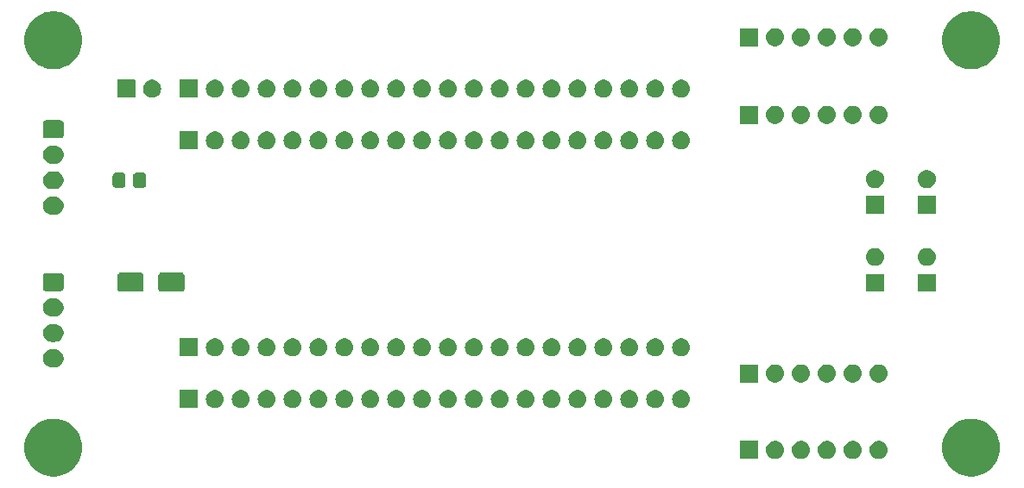
<source format=gts>
G04 #@! TF.GenerationSoftware,KiCad,Pcbnew,7.0.5*
G04 #@! TF.CreationDate,2023-06-29T23:29:46-06:00*
G04 #@! TF.ProjectId,speedy-breakout,73706565-6479-42d6-9272-65616b6f7574,1.0*
G04 #@! TF.SameCoordinates,Original*
G04 #@! TF.FileFunction,Soldermask,Top*
G04 #@! TF.FilePolarity,Negative*
%FSLAX46Y46*%
G04 Gerber Fmt 4.6, Leading zero omitted, Abs format (unit mm)*
G04 Created by KiCad (PCBNEW 7.0.5) date 2023-06-29 23:29:46*
%MOMM*%
%LPD*%
G01*
G04 APERTURE LIST*
G04 APERTURE END LIST*
G36*
X105492814Y-117205116D02*
G01*
X105813948Y-117281226D01*
X106124074Y-117394103D01*
X106419000Y-117542220D01*
X106694736Y-117723574D01*
X106947554Y-117935714D01*
X107174034Y-118175769D01*
X107371114Y-118440494D01*
X107536129Y-118726308D01*
X107666848Y-119029347D01*
X107761501Y-119345512D01*
X107818810Y-119670528D01*
X107838000Y-120000000D01*
X107818810Y-120329472D01*
X107761501Y-120654488D01*
X107666848Y-120970653D01*
X107536129Y-121273692D01*
X107371114Y-121559506D01*
X107174034Y-121824231D01*
X106947554Y-122064286D01*
X106694736Y-122276426D01*
X106419000Y-122457780D01*
X106124074Y-122605897D01*
X105813948Y-122718774D01*
X105492814Y-122794884D01*
X105165015Y-122833199D01*
X104834985Y-122833199D01*
X104507186Y-122794884D01*
X104186052Y-122718774D01*
X103875926Y-122605897D01*
X103581000Y-122457780D01*
X103305264Y-122276426D01*
X103052446Y-122064286D01*
X102825966Y-121824231D01*
X102628886Y-121559506D01*
X102463871Y-121273692D01*
X102333152Y-120970653D01*
X102238499Y-120654488D01*
X102181190Y-120329472D01*
X102162000Y-120000000D01*
X102181190Y-119670528D01*
X102238499Y-119345512D01*
X102333152Y-119029347D01*
X102463871Y-118726308D01*
X102628886Y-118440494D01*
X102825966Y-118175769D01*
X103052446Y-117935714D01*
X103305264Y-117723574D01*
X103581000Y-117542220D01*
X103875926Y-117394103D01*
X104186052Y-117281226D01*
X104507186Y-117205116D01*
X104834985Y-117166801D01*
X105165015Y-117166801D01*
X105492814Y-117205116D01*
G37*
G36*
X195492814Y-117205116D02*
G01*
X195813948Y-117281226D01*
X196124074Y-117394103D01*
X196419000Y-117542220D01*
X196694736Y-117723574D01*
X196947554Y-117935714D01*
X197174034Y-118175769D01*
X197371114Y-118440494D01*
X197536129Y-118726308D01*
X197666848Y-119029347D01*
X197761501Y-119345512D01*
X197818810Y-119670528D01*
X197838000Y-120000000D01*
X197818810Y-120329472D01*
X197761501Y-120654488D01*
X197666848Y-120970653D01*
X197536129Y-121273692D01*
X197371114Y-121559506D01*
X197174034Y-121824231D01*
X196947554Y-122064286D01*
X196694736Y-122276426D01*
X196419000Y-122457780D01*
X196124074Y-122605897D01*
X195813948Y-122718774D01*
X195492814Y-122794884D01*
X195165015Y-122833199D01*
X194834985Y-122833199D01*
X194507186Y-122794884D01*
X194186052Y-122718774D01*
X193875926Y-122605897D01*
X193581000Y-122457780D01*
X193305264Y-122276426D01*
X193052446Y-122064286D01*
X192825966Y-121824231D01*
X192628886Y-121559506D01*
X192463871Y-121273692D01*
X192333152Y-120970653D01*
X192238499Y-120654488D01*
X192181190Y-120329472D01*
X192162000Y-120000000D01*
X192181190Y-119670528D01*
X192238499Y-119345512D01*
X192333152Y-119029347D01*
X192463871Y-118726308D01*
X192628886Y-118440494D01*
X192825966Y-118175769D01*
X193052446Y-117935714D01*
X193305264Y-117723574D01*
X193581000Y-117542220D01*
X193875926Y-117394103D01*
X194186052Y-117281226D01*
X194507186Y-117205116D01*
X194834985Y-117166801D01*
X195165015Y-117166801D01*
X195492814Y-117205116D01*
G37*
G36*
X174094542Y-119344893D02*
G01*
X174106870Y-119353130D01*
X174115107Y-119365458D01*
X174118000Y-119380000D01*
X174118000Y-121080000D01*
X174115107Y-121094542D01*
X174106870Y-121106870D01*
X174094542Y-121115107D01*
X174080000Y-121118000D01*
X172380000Y-121118000D01*
X172365458Y-121115107D01*
X172353130Y-121106870D01*
X172344893Y-121094542D01*
X172342000Y-121080000D01*
X172342000Y-119380000D01*
X172344893Y-119365458D01*
X172353130Y-119353130D01*
X172365458Y-119344893D01*
X172380000Y-119342000D01*
X174080000Y-119342000D01*
X174094542Y-119344893D01*
G37*
G36*
X176044407Y-119385462D02*
G01*
X176214000Y-119460969D01*
X176364188Y-119570087D01*
X176488407Y-119708047D01*
X176581228Y-119868818D01*
X176638595Y-120045374D01*
X176658000Y-120230000D01*
X176638595Y-120414626D01*
X176581228Y-120591182D01*
X176488407Y-120751953D01*
X176364188Y-120889913D01*
X176214000Y-120999031D01*
X176044407Y-121074538D01*
X175862821Y-121113135D01*
X175677179Y-121113135D01*
X175495593Y-121074538D01*
X175326000Y-120999031D01*
X175175812Y-120889913D01*
X175051593Y-120751953D01*
X174958772Y-120591182D01*
X174901405Y-120414626D01*
X174882000Y-120230000D01*
X174901405Y-120045374D01*
X174958772Y-119868818D01*
X175051593Y-119708047D01*
X175175812Y-119570087D01*
X175326000Y-119460969D01*
X175495593Y-119385462D01*
X175677179Y-119346865D01*
X175862821Y-119346865D01*
X176044407Y-119385462D01*
G37*
G36*
X178584407Y-119385462D02*
G01*
X178754000Y-119460969D01*
X178904188Y-119570087D01*
X179028407Y-119708047D01*
X179121228Y-119868818D01*
X179178595Y-120045374D01*
X179198000Y-120230000D01*
X179178595Y-120414626D01*
X179121228Y-120591182D01*
X179028407Y-120751953D01*
X178904188Y-120889913D01*
X178754000Y-120999031D01*
X178584407Y-121074538D01*
X178402821Y-121113135D01*
X178217179Y-121113135D01*
X178035593Y-121074538D01*
X177866000Y-120999031D01*
X177715812Y-120889913D01*
X177591593Y-120751953D01*
X177498772Y-120591182D01*
X177441405Y-120414626D01*
X177422000Y-120230000D01*
X177441405Y-120045374D01*
X177498772Y-119868818D01*
X177591593Y-119708047D01*
X177715812Y-119570087D01*
X177866000Y-119460969D01*
X178035593Y-119385462D01*
X178217179Y-119346865D01*
X178402821Y-119346865D01*
X178584407Y-119385462D01*
G37*
G36*
X181124407Y-119385462D02*
G01*
X181294000Y-119460969D01*
X181444188Y-119570087D01*
X181568407Y-119708047D01*
X181661228Y-119868818D01*
X181718595Y-120045374D01*
X181738000Y-120230000D01*
X181718595Y-120414626D01*
X181661228Y-120591182D01*
X181568407Y-120751953D01*
X181444188Y-120889913D01*
X181294000Y-120999031D01*
X181124407Y-121074538D01*
X180942821Y-121113135D01*
X180757179Y-121113135D01*
X180575593Y-121074538D01*
X180406000Y-120999031D01*
X180255812Y-120889913D01*
X180131593Y-120751953D01*
X180038772Y-120591182D01*
X179981405Y-120414626D01*
X179962000Y-120230000D01*
X179981405Y-120045374D01*
X180038772Y-119868818D01*
X180131593Y-119708047D01*
X180255812Y-119570087D01*
X180406000Y-119460969D01*
X180575593Y-119385462D01*
X180757179Y-119346865D01*
X180942821Y-119346865D01*
X181124407Y-119385462D01*
G37*
G36*
X183664407Y-119385462D02*
G01*
X183834000Y-119460969D01*
X183984188Y-119570087D01*
X184108407Y-119708047D01*
X184201228Y-119868818D01*
X184258595Y-120045374D01*
X184278000Y-120230000D01*
X184258595Y-120414626D01*
X184201228Y-120591182D01*
X184108407Y-120751953D01*
X183984188Y-120889913D01*
X183834000Y-120999031D01*
X183664407Y-121074538D01*
X183482821Y-121113135D01*
X183297179Y-121113135D01*
X183115593Y-121074538D01*
X182946000Y-120999031D01*
X182795812Y-120889913D01*
X182671593Y-120751953D01*
X182578772Y-120591182D01*
X182521405Y-120414626D01*
X182502000Y-120230000D01*
X182521405Y-120045374D01*
X182578772Y-119868818D01*
X182671593Y-119708047D01*
X182795812Y-119570087D01*
X182946000Y-119460969D01*
X183115593Y-119385462D01*
X183297179Y-119346865D01*
X183482821Y-119346865D01*
X183664407Y-119385462D01*
G37*
G36*
X186204407Y-119385462D02*
G01*
X186374000Y-119460969D01*
X186524188Y-119570087D01*
X186648407Y-119708047D01*
X186741228Y-119868818D01*
X186798595Y-120045374D01*
X186818000Y-120230000D01*
X186798595Y-120414626D01*
X186741228Y-120591182D01*
X186648407Y-120751953D01*
X186524188Y-120889913D01*
X186374000Y-120999031D01*
X186204407Y-121074538D01*
X186022821Y-121113135D01*
X185837179Y-121113135D01*
X185655593Y-121074538D01*
X185486000Y-120999031D01*
X185335812Y-120889913D01*
X185211593Y-120751953D01*
X185118772Y-120591182D01*
X185061405Y-120414626D01*
X185042000Y-120230000D01*
X185061405Y-120045374D01*
X185118772Y-119868818D01*
X185211593Y-119708047D01*
X185335812Y-119570087D01*
X185486000Y-119460969D01*
X185655593Y-119385462D01*
X185837179Y-119346865D01*
X186022821Y-119346865D01*
X186204407Y-119385462D01*
G37*
G36*
X119156742Y-114355294D02*
G01*
X119169070Y-114363531D01*
X119177307Y-114375859D01*
X119180200Y-114390401D01*
X119180200Y-116090401D01*
X119177307Y-116104943D01*
X119169070Y-116117271D01*
X119156742Y-116125508D01*
X119142200Y-116128401D01*
X117442200Y-116128401D01*
X117427658Y-116125508D01*
X117415330Y-116117271D01*
X117407093Y-116104943D01*
X117404200Y-116090401D01*
X117404200Y-114390401D01*
X117407093Y-114375859D01*
X117415330Y-114363531D01*
X117427658Y-114355294D01*
X117442200Y-114352401D01*
X119142200Y-114352401D01*
X119156742Y-114355294D01*
G37*
G36*
X121106607Y-114395863D02*
G01*
X121276200Y-114471370D01*
X121426388Y-114580488D01*
X121550607Y-114718448D01*
X121643428Y-114879219D01*
X121700795Y-115055775D01*
X121720200Y-115240401D01*
X121700795Y-115425027D01*
X121643428Y-115601583D01*
X121550607Y-115762354D01*
X121426388Y-115900314D01*
X121276200Y-116009432D01*
X121106607Y-116084939D01*
X120925021Y-116123536D01*
X120739379Y-116123536D01*
X120557793Y-116084939D01*
X120388200Y-116009432D01*
X120238012Y-115900314D01*
X120113793Y-115762354D01*
X120020972Y-115601583D01*
X119963605Y-115425027D01*
X119944200Y-115240401D01*
X119963605Y-115055775D01*
X120020972Y-114879219D01*
X120113793Y-114718448D01*
X120238012Y-114580488D01*
X120388200Y-114471370D01*
X120557793Y-114395863D01*
X120739379Y-114357266D01*
X120925021Y-114357266D01*
X121106607Y-114395863D01*
G37*
G36*
X123646607Y-114395863D02*
G01*
X123816200Y-114471370D01*
X123966388Y-114580488D01*
X124090607Y-114718448D01*
X124183428Y-114879219D01*
X124240795Y-115055775D01*
X124260200Y-115240401D01*
X124240795Y-115425027D01*
X124183428Y-115601583D01*
X124090607Y-115762354D01*
X123966388Y-115900314D01*
X123816200Y-116009432D01*
X123646607Y-116084939D01*
X123465021Y-116123536D01*
X123279379Y-116123536D01*
X123097793Y-116084939D01*
X122928200Y-116009432D01*
X122778012Y-115900314D01*
X122653793Y-115762354D01*
X122560972Y-115601583D01*
X122503605Y-115425027D01*
X122484200Y-115240401D01*
X122503605Y-115055775D01*
X122560972Y-114879219D01*
X122653793Y-114718448D01*
X122778012Y-114580488D01*
X122928200Y-114471370D01*
X123097793Y-114395863D01*
X123279379Y-114357266D01*
X123465021Y-114357266D01*
X123646607Y-114395863D01*
G37*
G36*
X126186607Y-114395863D02*
G01*
X126356200Y-114471370D01*
X126506388Y-114580488D01*
X126630607Y-114718448D01*
X126723428Y-114879219D01*
X126780795Y-115055775D01*
X126800200Y-115240401D01*
X126780795Y-115425027D01*
X126723428Y-115601583D01*
X126630607Y-115762354D01*
X126506388Y-115900314D01*
X126356200Y-116009432D01*
X126186607Y-116084939D01*
X126005021Y-116123536D01*
X125819379Y-116123536D01*
X125637793Y-116084939D01*
X125468200Y-116009432D01*
X125318012Y-115900314D01*
X125193793Y-115762354D01*
X125100972Y-115601583D01*
X125043605Y-115425027D01*
X125024200Y-115240401D01*
X125043605Y-115055775D01*
X125100972Y-114879219D01*
X125193793Y-114718448D01*
X125318012Y-114580488D01*
X125468200Y-114471370D01*
X125637793Y-114395863D01*
X125819379Y-114357266D01*
X126005021Y-114357266D01*
X126186607Y-114395863D01*
G37*
G36*
X128726607Y-114395863D02*
G01*
X128896200Y-114471370D01*
X129046388Y-114580488D01*
X129170607Y-114718448D01*
X129263428Y-114879219D01*
X129320795Y-115055775D01*
X129340200Y-115240401D01*
X129320795Y-115425027D01*
X129263428Y-115601583D01*
X129170607Y-115762354D01*
X129046388Y-115900314D01*
X128896200Y-116009432D01*
X128726607Y-116084939D01*
X128545021Y-116123536D01*
X128359379Y-116123536D01*
X128177793Y-116084939D01*
X128008200Y-116009432D01*
X127858012Y-115900314D01*
X127733793Y-115762354D01*
X127640972Y-115601583D01*
X127583605Y-115425027D01*
X127564200Y-115240401D01*
X127583605Y-115055775D01*
X127640972Y-114879219D01*
X127733793Y-114718448D01*
X127858012Y-114580488D01*
X128008200Y-114471370D01*
X128177793Y-114395863D01*
X128359379Y-114357266D01*
X128545021Y-114357266D01*
X128726607Y-114395863D01*
G37*
G36*
X131266607Y-114395863D02*
G01*
X131436200Y-114471370D01*
X131586388Y-114580488D01*
X131710607Y-114718448D01*
X131803428Y-114879219D01*
X131860795Y-115055775D01*
X131880200Y-115240401D01*
X131860795Y-115425027D01*
X131803428Y-115601583D01*
X131710607Y-115762354D01*
X131586388Y-115900314D01*
X131436200Y-116009432D01*
X131266607Y-116084939D01*
X131085021Y-116123536D01*
X130899379Y-116123536D01*
X130717793Y-116084939D01*
X130548200Y-116009432D01*
X130398012Y-115900314D01*
X130273793Y-115762354D01*
X130180972Y-115601583D01*
X130123605Y-115425027D01*
X130104200Y-115240401D01*
X130123605Y-115055775D01*
X130180972Y-114879219D01*
X130273793Y-114718448D01*
X130398012Y-114580488D01*
X130548200Y-114471370D01*
X130717793Y-114395863D01*
X130899379Y-114357266D01*
X131085021Y-114357266D01*
X131266607Y-114395863D01*
G37*
G36*
X133806607Y-114395863D02*
G01*
X133976200Y-114471370D01*
X134126388Y-114580488D01*
X134250607Y-114718448D01*
X134343428Y-114879219D01*
X134400795Y-115055775D01*
X134420200Y-115240401D01*
X134400795Y-115425027D01*
X134343428Y-115601583D01*
X134250607Y-115762354D01*
X134126388Y-115900314D01*
X133976200Y-116009432D01*
X133806607Y-116084939D01*
X133625021Y-116123536D01*
X133439379Y-116123536D01*
X133257793Y-116084939D01*
X133088200Y-116009432D01*
X132938012Y-115900314D01*
X132813793Y-115762354D01*
X132720972Y-115601583D01*
X132663605Y-115425027D01*
X132644200Y-115240401D01*
X132663605Y-115055775D01*
X132720972Y-114879219D01*
X132813793Y-114718448D01*
X132938012Y-114580488D01*
X133088200Y-114471370D01*
X133257793Y-114395863D01*
X133439379Y-114357266D01*
X133625021Y-114357266D01*
X133806607Y-114395863D01*
G37*
G36*
X136346607Y-114395863D02*
G01*
X136516200Y-114471370D01*
X136666388Y-114580488D01*
X136790607Y-114718448D01*
X136883428Y-114879219D01*
X136940795Y-115055775D01*
X136960200Y-115240401D01*
X136940795Y-115425027D01*
X136883428Y-115601583D01*
X136790607Y-115762354D01*
X136666388Y-115900314D01*
X136516200Y-116009432D01*
X136346607Y-116084939D01*
X136165021Y-116123536D01*
X135979379Y-116123536D01*
X135797793Y-116084939D01*
X135628200Y-116009432D01*
X135478012Y-115900314D01*
X135353793Y-115762354D01*
X135260972Y-115601583D01*
X135203605Y-115425027D01*
X135184200Y-115240401D01*
X135203605Y-115055775D01*
X135260972Y-114879219D01*
X135353793Y-114718448D01*
X135478012Y-114580488D01*
X135628200Y-114471370D01*
X135797793Y-114395863D01*
X135979379Y-114357266D01*
X136165021Y-114357266D01*
X136346607Y-114395863D01*
G37*
G36*
X138886607Y-114395863D02*
G01*
X139056200Y-114471370D01*
X139206388Y-114580488D01*
X139330607Y-114718448D01*
X139423428Y-114879219D01*
X139480795Y-115055775D01*
X139500200Y-115240401D01*
X139480795Y-115425027D01*
X139423428Y-115601583D01*
X139330607Y-115762354D01*
X139206388Y-115900314D01*
X139056200Y-116009432D01*
X138886607Y-116084939D01*
X138705021Y-116123536D01*
X138519379Y-116123536D01*
X138337793Y-116084939D01*
X138168200Y-116009432D01*
X138018012Y-115900314D01*
X137893793Y-115762354D01*
X137800972Y-115601583D01*
X137743605Y-115425027D01*
X137724200Y-115240401D01*
X137743605Y-115055775D01*
X137800972Y-114879219D01*
X137893793Y-114718448D01*
X138018012Y-114580488D01*
X138168200Y-114471370D01*
X138337793Y-114395863D01*
X138519379Y-114357266D01*
X138705021Y-114357266D01*
X138886607Y-114395863D01*
G37*
G36*
X141426607Y-114395863D02*
G01*
X141596200Y-114471370D01*
X141746388Y-114580488D01*
X141870607Y-114718448D01*
X141963428Y-114879219D01*
X142020795Y-115055775D01*
X142040200Y-115240401D01*
X142020795Y-115425027D01*
X141963428Y-115601583D01*
X141870607Y-115762354D01*
X141746388Y-115900314D01*
X141596200Y-116009432D01*
X141426607Y-116084939D01*
X141245021Y-116123536D01*
X141059379Y-116123536D01*
X140877793Y-116084939D01*
X140708200Y-116009432D01*
X140558012Y-115900314D01*
X140433793Y-115762354D01*
X140340972Y-115601583D01*
X140283605Y-115425027D01*
X140264200Y-115240401D01*
X140283605Y-115055775D01*
X140340972Y-114879219D01*
X140433793Y-114718448D01*
X140558012Y-114580488D01*
X140708200Y-114471370D01*
X140877793Y-114395863D01*
X141059379Y-114357266D01*
X141245021Y-114357266D01*
X141426607Y-114395863D01*
G37*
G36*
X143966607Y-114395863D02*
G01*
X144136200Y-114471370D01*
X144286388Y-114580488D01*
X144410607Y-114718448D01*
X144503428Y-114879219D01*
X144560795Y-115055775D01*
X144580200Y-115240401D01*
X144560795Y-115425027D01*
X144503428Y-115601583D01*
X144410607Y-115762354D01*
X144286388Y-115900314D01*
X144136200Y-116009432D01*
X143966607Y-116084939D01*
X143785021Y-116123536D01*
X143599379Y-116123536D01*
X143417793Y-116084939D01*
X143248200Y-116009432D01*
X143098012Y-115900314D01*
X142973793Y-115762354D01*
X142880972Y-115601583D01*
X142823605Y-115425027D01*
X142804200Y-115240401D01*
X142823605Y-115055775D01*
X142880972Y-114879219D01*
X142973793Y-114718448D01*
X143098012Y-114580488D01*
X143248200Y-114471370D01*
X143417793Y-114395863D01*
X143599379Y-114357266D01*
X143785021Y-114357266D01*
X143966607Y-114395863D01*
G37*
G36*
X146506607Y-114395863D02*
G01*
X146676200Y-114471370D01*
X146826388Y-114580488D01*
X146950607Y-114718448D01*
X147043428Y-114879219D01*
X147100795Y-115055775D01*
X147120200Y-115240401D01*
X147100795Y-115425027D01*
X147043428Y-115601583D01*
X146950607Y-115762354D01*
X146826388Y-115900314D01*
X146676200Y-116009432D01*
X146506607Y-116084939D01*
X146325021Y-116123536D01*
X146139379Y-116123536D01*
X145957793Y-116084939D01*
X145788200Y-116009432D01*
X145638012Y-115900314D01*
X145513793Y-115762354D01*
X145420972Y-115601583D01*
X145363605Y-115425027D01*
X145344200Y-115240401D01*
X145363605Y-115055775D01*
X145420972Y-114879219D01*
X145513793Y-114718448D01*
X145638012Y-114580488D01*
X145788200Y-114471370D01*
X145957793Y-114395863D01*
X146139379Y-114357266D01*
X146325021Y-114357266D01*
X146506607Y-114395863D01*
G37*
G36*
X149046607Y-114395863D02*
G01*
X149216200Y-114471370D01*
X149366388Y-114580488D01*
X149490607Y-114718448D01*
X149583428Y-114879219D01*
X149640795Y-115055775D01*
X149660200Y-115240401D01*
X149640795Y-115425027D01*
X149583428Y-115601583D01*
X149490607Y-115762354D01*
X149366388Y-115900314D01*
X149216200Y-116009432D01*
X149046607Y-116084939D01*
X148865021Y-116123536D01*
X148679379Y-116123536D01*
X148497793Y-116084939D01*
X148328200Y-116009432D01*
X148178012Y-115900314D01*
X148053793Y-115762354D01*
X147960972Y-115601583D01*
X147903605Y-115425027D01*
X147884200Y-115240401D01*
X147903605Y-115055775D01*
X147960972Y-114879219D01*
X148053793Y-114718448D01*
X148178012Y-114580488D01*
X148328200Y-114471370D01*
X148497793Y-114395863D01*
X148679379Y-114357266D01*
X148865021Y-114357266D01*
X149046607Y-114395863D01*
G37*
G36*
X151586607Y-114395863D02*
G01*
X151756200Y-114471370D01*
X151906388Y-114580488D01*
X152030607Y-114718448D01*
X152123428Y-114879219D01*
X152180795Y-115055775D01*
X152200200Y-115240401D01*
X152180795Y-115425027D01*
X152123428Y-115601583D01*
X152030607Y-115762354D01*
X151906388Y-115900314D01*
X151756200Y-116009432D01*
X151586607Y-116084939D01*
X151405021Y-116123536D01*
X151219379Y-116123536D01*
X151037793Y-116084939D01*
X150868200Y-116009432D01*
X150718012Y-115900314D01*
X150593793Y-115762354D01*
X150500972Y-115601583D01*
X150443605Y-115425027D01*
X150424200Y-115240401D01*
X150443605Y-115055775D01*
X150500972Y-114879219D01*
X150593793Y-114718448D01*
X150718012Y-114580488D01*
X150868200Y-114471370D01*
X151037793Y-114395863D01*
X151219379Y-114357266D01*
X151405021Y-114357266D01*
X151586607Y-114395863D01*
G37*
G36*
X154126607Y-114395863D02*
G01*
X154296200Y-114471370D01*
X154446388Y-114580488D01*
X154570607Y-114718448D01*
X154663428Y-114879219D01*
X154720795Y-115055775D01*
X154740200Y-115240401D01*
X154720795Y-115425027D01*
X154663428Y-115601583D01*
X154570607Y-115762354D01*
X154446388Y-115900314D01*
X154296200Y-116009432D01*
X154126607Y-116084939D01*
X153945021Y-116123536D01*
X153759379Y-116123536D01*
X153577793Y-116084939D01*
X153408200Y-116009432D01*
X153258012Y-115900314D01*
X153133793Y-115762354D01*
X153040972Y-115601583D01*
X152983605Y-115425027D01*
X152964200Y-115240401D01*
X152983605Y-115055775D01*
X153040972Y-114879219D01*
X153133793Y-114718448D01*
X153258012Y-114580488D01*
X153408200Y-114471370D01*
X153577793Y-114395863D01*
X153759379Y-114357266D01*
X153945021Y-114357266D01*
X154126607Y-114395863D01*
G37*
G36*
X156666607Y-114395863D02*
G01*
X156836200Y-114471370D01*
X156986388Y-114580488D01*
X157110607Y-114718448D01*
X157203428Y-114879219D01*
X157260795Y-115055775D01*
X157280200Y-115240401D01*
X157260795Y-115425027D01*
X157203428Y-115601583D01*
X157110607Y-115762354D01*
X156986388Y-115900314D01*
X156836200Y-116009432D01*
X156666607Y-116084939D01*
X156485021Y-116123536D01*
X156299379Y-116123536D01*
X156117793Y-116084939D01*
X155948200Y-116009432D01*
X155798012Y-115900314D01*
X155673793Y-115762354D01*
X155580972Y-115601583D01*
X155523605Y-115425027D01*
X155504200Y-115240401D01*
X155523605Y-115055775D01*
X155580972Y-114879219D01*
X155673793Y-114718448D01*
X155798012Y-114580488D01*
X155948200Y-114471370D01*
X156117793Y-114395863D01*
X156299379Y-114357266D01*
X156485021Y-114357266D01*
X156666607Y-114395863D01*
G37*
G36*
X159206607Y-114395863D02*
G01*
X159376200Y-114471370D01*
X159526388Y-114580488D01*
X159650607Y-114718448D01*
X159743428Y-114879219D01*
X159800795Y-115055775D01*
X159820200Y-115240401D01*
X159800795Y-115425027D01*
X159743428Y-115601583D01*
X159650607Y-115762354D01*
X159526388Y-115900314D01*
X159376200Y-116009432D01*
X159206607Y-116084939D01*
X159025021Y-116123536D01*
X158839379Y-116123536D01*
X158657793Y-116084939D01*
X158488200Y-116009432D01*
X158338012Y-115900314D01*
X158213793Y-115762354D01*
X158120972Y-115601583D01*
X158063605Y-115425027D01*
X158044200Y-115240401D01*
X158063605Y-115055775D01*
X158120972Y-114879219D01*
X158213793Y-114718448D01*
X158338012Y-114580488D01*
X158488200Y-114471370D01*
X158657793Y-114395863D01*
X158839379Y-114357266D01*
X159025021Y-114357266D01*
X159206607Y-114395863D01*
G37*
G36*
X161746607Y-114395863D02*
G01*
X161916200Y-114471370D01*
X162066388Y-114580488D01*
X162190607Y-114718448D01*
X162283428Y-114879219D01*
X162340795Y-115055775D01*
X162360200Y-115240401D01*
X162340795Y-115425027D01*
X162283428Y-115601583D01*
X162190607Y-115762354D01*
X162066388Y-115900314D01*
X161916200Y-116009432D01*
X161746607Y-116084939D01*
X161565021Y-116123536D01*
X161379379Y-116123536D01*
X161197793Y-116084939D01*
X161028200Y-116009432D01*
X160878012Y-115900314D01*
X160753793Y-115762354D01*
X160660972Y-115601583D01*
X160603605Y-115425027D01*
X160584200Y-115240401D01*
X160603605Y-115055775D01*
X160660972Y-114879219D01*
X160753793Y-114718448D01*
X160878012Y-114580488D01*
X161028200Y-114471370D01*
X161197793Y-114395863D01*
X161379379Y-114357266D01*
X161565021Y-114357266D01*
X161746607Y-114395863D01*
G37*
G36*
X164286607Y-114395863D02*
G01*
X164456200Y-114471370D01*
X164606388Y-114580488D01*
X164730607Y-114718448D01*
X164823428Y-114879219D01*
X164880795Y-115055775D01*
X164900200Y-115240401D01*
X164880795Y-115425027D01*
X164823428Y-115601583D01*
X164730607Y-115762354D01*
X164606388Y-115900314D01*
X164456200Y-116009432D01*
X164286607Y-116084939D01*
X164105021Y-116123536D01*
X163919379Y-116123536D01*
X163737793Y-116084939D01*
X163568200Y-116009432D01*
X163418012Y-115900314D01*
X163293793Y-115762354D01*
X163200972Y-115601583D01*
X163143605Y-115425027D01*
X163124200Y-115240401D01*
X163143605Y-115055775D01*
X163200972Y-114879219D01*
X163293793Y-114718448D01*
X163418012Y-114580488D01*
X163568200Y-114471370D01*
X163737793Y-114395863D01*
X163919379Y-114357266D01*
X164105021Y-114357266D01*
X164286607Y-114395863D01*
G37*
G36*
X166826607Y-114395863D02*
G01*
X166996200Y-114471370D01*
X167146388Y-114580488D01*
X167270607Y-114718448D01*
X167363428Y-114879219D01*
X167420795Y-115055775D01*
X167440200Y-115240401D01*
X167420795Y-115425027D01*
X167363428Y-115601583D01*
X167270607Y-115762354D01*
X167146388Y-115900314D01*
X166996200Y-116009432D01*
X166826607Y-116084939D01*
X166645021Y-116123536D01*
X166459379Y-116123536D01*
X166277793Y-116084939D01*
X166108200Y-116009432D01*
X165958012Y-115900314D01*
X165833793Y-115762354D01*
X165740972Y-115601583D01*
X165683605Y-115425027D01*
X165664200Y-115240401D01*
X165683605Y-115055775D01*
X165740972Y-114879219D01*
X165833793Y-114718448D01*
X165958012Y-114580488D01*
X166108200Y-114471370D01*
X166277793Y-114395863D01*
X166459379Y-114357266D01*
X166645021Y-114357266D01*
X166826607Y-114395863D01*
G37*
G36*
X174094542Y-111840294D02*
G01*
X174106870Y-111848531D01*
X174115107Y-111860859D01*
X174118000Y-111875401D01*
X174118000Y-113575401D01*
X174115107Y-113589943D01*
X174106870Y-113602271D01*
X174094542Y-113610508D01*
X174080000Y-113613401D01*
X172380000Y-113613401D01*
X172365458Y-113610508D01*
X172353130Y-113602271D01*
X172344893Y-113589943D01*
X172342000Y-113575401D01*
X172342000Y-111875401D01*
X172344893Y-111860859D01*
X172353130Y-111848531D01*
X172365458Y-111840294D01*
X172380000Y-111837401D01*
X174080000Y-111837401D01*
X174094542Y-111840294D01*
G37*
G36*
X176044407Y-111880863D02*
G01*
X176214000Y-111956370D01*
X176364188Y-112065488D01*
X176488407Y-112203448D01*
X176581228Y-112364219D01*
X176638595Y-112540775D01*
X176658000Y-112725401D01*
X176638595Y-112910027D01*
X176581228Y-113086583D01*
X176488407Y-113247354D01*
X176364188Y-113385314D01*
X176214000Y-113494432D01*
X176044407Y-113569939D01*
X175862821Y-113608536D01*
X175677179Y-113608536D01*
X175495593Y-113569939D01*
X175326000Y-113494432D01*
X175175812Y-113385314D01*
X175051593Y-113247354D01*
X174958772Y-113086583D01*
X174901405Y-112910027D01*
X174882000Y-112725401D01*
X174901405Y-112540775D01*
X174958772Y-112364219D01*
X175051593Y-112203448D01*
X175175812Y-112065488D01*
X175326000Y-111956370D01*
X175495593Y-111880863D01*
X175677179Y-111842266D01*
X175862821Y-111842266D01*
X176044407Y-111880863D01*
G37*
G36*
X178584407Y-111880863D02*
G01*
X178754000Y-111956370D01*
X178904188Y-112065488D01*
X179028407Y-112203448D01*
X179121228Y-112364219D01*
X179178595Y-112540775D01*
X179198000Y-112725401D01*
X179178595Y-112910027D01*
X179121228Y-113086583D01*
X179028407Y-113247354D01*
X178904188Y-113385314D01*
X178754000Y-113494432D01*
X178584407Y-113569939D01*
X178402821Y-113608536D01*
X178217179Y-113608536D01*
X178035593Y-113569939D01*
X177866000Y-113494432D01*
X177715812Y-113385314D01*
X177591593Y-113247354D01*
X177498772Y-113086583D01*
X177441405Y-112910027D01*
X177422000Y-112725401D01*
X177441405Y-112540775D01*
X177498772Y-112364219D01*
X177591593Y-112203448D01*
X177715812Y-112065488D01*
X177866000Y-111956370D01*
X178035593Y-111880863D01*
X178217179Y-111842266D01*
X178402821Y-111842266D01*
X178584407Y-111880863D01*
G37*
G36*
X181124407Y-111880863D02*
G01*
X181294000Y-111956370D01*
X181444188Y-112065488D01*
X181568407Y-112203448D01*
X181661228Y-112364219D01*
X181718595Y-112540775D01*
X181738000Y-112725401D01*
X181718595Y-112910027D01*
X181661228Y-113086583D01*
X181568407Y-113247354D01*
X181444188Y-113385314D01*
X181294000Y-113494432D01*
X181124407Y-113569939D01*
X180942821Y-113608536D01*
X180757179Y-113608536D01*
X180575593Y-113569939D01*
X180406000Y-113494432D01*
X180255812Y-113385314D01*
X180131593Y-113247354D01*
X180038772Y-113086583D01*
X179981405Y-112910027D01*
X179962000Y-112725401D01*
X179981405Y-112540775D01*
X180038772Y-112364219D01*
X180131593Y-112203448D01*
X180255812Y-112065488D01*
X180406000Y-111956370D01*
X180575593Y-111880863D01*
X180757179Y-111842266D01*
X180942821Y-111842266D01*
X181124407Y-111880863D01*
G37*
G36*
X183664407Y-111880863D02*
G01*
X183834000Y-111956370D01*
X183984188Y-112065488D01*
X184108407Y-112203448D01*
X184201228Y-112364219D01*
X184258595Y-112540775D01*
X184278000Y-112725401D01*
X184258595Y-112910027D01*
X184201228Y-113086583D01*
X184108407Y-113247354D01*
X183984188Y-113385314D01*
X183834000Y-113494432D01*
X183664407Y-113569939D01*
X183482821Y-113608536D01*
X183297179Y-113608536D01*
X183115593Y-113569939D01*
X182946000Y-113494432D01*
X182795812Y-113385314D01*
X182671593Y-113247354D01*
X182578772Y-113086583D01*
X182521405Y-112910027D01*
X182502000Y-112725401D01*
X182521405Y-112540775D01*
X182578772Y-112364219D01*
X182671593Y-112203448D01*
X182795812Y-112065488D01*
X182946000Y-111956370D01*
X183115593Y-111880863D01*
X183297179Y-111842266D01*
X183482821Y-111842266D01*
X183664407Y-111880863D01*
G37*
G36*
X186204407Y-111880863D02*
G01*
X186374000Y-111956370D01*
X186524188Y-112065488D01*
X186648407Y-112203448D01*
X186741228Y-112364219D01*
X186798595Y-112540775D01*
X186818000Y-112725401D01*
X186798595Y-112910027D01*
X186741228Y-113086583D01*
X186648407Y-113247354D01*
X186524188Y-113385314D01*
X186374000Y-113494432D01*
X186204407Y-113569939D01*
X186022821Y-113608536D01*
X185837179Y-113608536D01*
X185655593Y-113569939D01*
X185486000Y-113494432D01*
X185335812Y-113385314D01*
X185211593Y-113247354D01*
X185118772Y-113086583D01*
X185061405Y-112910027D01*
X185042000Y-112725401D01*
X185061405Y-112540775D01*
X185118772Y-112364219D01*
X185211593Y-112203448D01*
X185335812Y-112065488D01*
X185486000Y-111956370D01*
X185655593Y-111880863D01*
X185837179Y-111842266D01*
X186022821Y-111842266D01*
X186204407Y-111880863D01*
G37*
G36*
X105309626Y-110381405D02*
G01*
X105486182Y-110438772D01*
X105646953Y-110531593D01*
X105784913Y-110655812D01*
X105894031Y-110806000D01*
X105969538Y-110975593D01*
X106008135Y-111157179D01*
X106008135Y-111342821D01*
X105969538Y-111524407D01*
X105894031Y-111694000D01*
X105784913Y-111844188D01*
X105646953Y-111968407D01*
X105486182Y-112061228D01*
X105309626Y-112118595D01*
X105125000Y-112138000D01*
X105122381Y-112138000D01*
X104877619Y-112138000D01*
X104875000Y-112138000D01*
X104690374Y-112118595D01*
X104513818Y-112061228D01*
X104353047Y-111968407D01*
X104215087Y-111844188D01*
X104105969Y-111694000D01*
X104030462Y-111524407D01*
X103991865Y-111342821D01*
X103991865Y-111157179D01*
X104030462Y-110975593D01*
X104105969Y-110806000D01*
X104215087Y-110655812D01*
X104353047Y-110531593D01*
X104513818Y-110438772D01*
X104690374Y-110381405D01*
X104875000Y-110362000D01*
X105125000Y-110362000D01*
X105309626Y-110381405D01*
G37*
G36*
X119156742Y-109275294D02*
G01*
X119169070Y-109283531D01*
X119177307Y-109295859D01*
X119180200Y-109310401D01*
X119180200Y-111010401D01*
X119177307Y-111024943D01*
X119169070Y-111037271D01*
X119156742Y-111045508D01*
X119142200Y-111048401D01*
X117442200Y-111048401D01*
X117427658Y-111045508D01*
X117415330Y-111037271D01*
X117407093Y-111024943D01*
X117404200Y-111010401D01*
X117404200Y-109310401D01*
X117407093Y-109295859D01*
X117415330Y-109283531D01*
X117427658Y-109275294D01*
X117442200Y-109272401D01*
X119142200Y-109272401D01*
X119156742Y-109275294D01*
G37*
G36*
X121106607Y-109315863D02*
G01*
X121276200Y-109391370D01*
X121426388Y-109500488D01*
X121550607Y-109638448D01*
X121643428Y-109799219D01*
X121700795Y-109975775D01*
X121720200Y-110160401D01*
X121700795Y-110345027D01*
X121643428Y-110521583D01*
X121550607Y-110682354D01*
X121426388Y-110820314D01*
X121276200Y-110929432D01*
X121106607Y-111004939D01*
X120925021Y-111043536D01*
X120739379Y-111043536D01*
X120557793Y-111004939D01*
X120388200Y-110929432D01*
X120238012Y-110820314D01*
X120113793Y-110682354D01*
X120020972Y-110521583D01*
X119963605Y-110345027D01*
X119944200Y-110160401D01*
X119963605Y-109975775D01*
X120020972Y-109799219D01*
X120113793Y-109638448D01*
X120238012Y-109500488D01*
X120388200Y-109391370D01*
X120557793Y-109315863D01*
X120739379Y-109277266D01*
X120925021Y-109277266D01*
X121106607Y-109315863D01*
G37*
G36*
X123646607Y-109315863D02*
G01*
X123816200Y-109391370D01*
X123966388Y-109500488D01*
X124090607Y-109638448D01*
X124183428Y-109799219D01*
X124240795Y-109975775D01*
X124260200Y-110160401D01*
X124240795Y-110345027D01*
X124183428Y-110521583D01*
X124090607Y-110682354D01*
X123966388Y-110820314D01*
X123816200Y-110929432D01*
X123646607Y-111004939D01*
X123465021Y-111043536D01*
X123279379Y-111043536D01*
X123097793Y-111004939D01*
X122928200Y-110929432D01*
X122778012Y-110820314D01*
X122653793Y-110682354D01*
X122560972Y-110521583D01*
X122503605Y-110345027D01*
X122484200Y-110160401D01*
X122503605Y-109975775D01*
X122560972Y-109799219D01*
X122653793Y-109638448D01*
X122778012Y-109500488D01*
X122928200Y-109391370D01*
X123097793Y-109315863D01*
X123279379Y-109277266D01*
X123465021Y-109277266D01*
X123646607Y-109315863D01*
G37*
G36*
X126186607Y-109315863D02*
G01*
X126356200Y-109391370D01*
X126506388Y-109500488D01*
X126630607Y-109638448D01*
X126723428Y-109799219D01*
X126780795Y-109975775D01*
X126800200Y-110160401D01*
X126780795Y-110345027D01*
X126723428Y-110521583D01*
X126630607Y-110682354D01*
X126506388Y-110820314D01*
X126356200Y-110929432D01*
X126186607Y-111004939D01*
X126005021Y-111043536D01*
X125819379Y-111043536D01*
X125637793Y-111004939D01*
X125468200Y-110929432D01*
X125318012Y-110820314D01*
X125193793Y-110682354D01*
X125100972Y-110521583D01*
X125043605Y-110345027D01*
X125024200Y-110160401D01*
X125043605Y-109975775D01*
X125100972Y-109799219D01*
X125193793Y-109638448D01*
X125318012Y-109500488D01*
X125468200Y-109391370D01*
X125637793Y-109315863D01*
X125819379Y-109277266D01*
X126005021Y-109277266D01*
X126186607Y-109315863D01*
G37*
G36*
X128726607Y-109315863D02*
G01*
X128896200Y-109391370D01*
X129046388Y-109500488D01*
X129170607Y-109638448D01*
X129263428Y-109799219D01*
X129320795Y-109975775D01*
X129340200Y-110160401D01*
X129320795Y-110345027D01*
X129263428Y-110521583D01*
X129170607Y-110682354D01*
X129046388Y-110820314D01*
X128896200Y-110929432D01*
X128726607Y-111004939D01*
X128545021Y-111043536D01*
X128359379Y-111043536D01*
X128177793Y-111004939D01*
X128008200Y-110929432D01*
X127858012Y-110820314D01*
X127733793Y-110682354D01*
X127640972Y-110521583D01*
X127583605Y-110345027D01*
X127564200Y-110160401D01*
X127583605Y-109975775D01*
X127640972Y-109799219D01*
X127733793Y-109638448D01*
X127858012Y-109500488D01*
X128008200Y-109391370D01*
X128177793Y-109315863D01*
X128359379Y-109277266D01*
X128545021Y-109277266D01*
X128726607Y-109315863D01*
G37*
G36*
X131266607Y-109315863D02*
G01*
X131436200Y-109391370D01*
X131586388Y-109500488D01*
X131710607Y-109638448D01*
X131803428Y-109799219D01*
X131860795Y-109975775D01*
X131880200Y-110160401D01*
X131860795Y-110345027D01*
X131803428Y-110521583D01*
X131710607Y-110682354D01*
X131586388Y-110820314D01*
X131436200Y-110929432D01*
X131266607Y-111004939D01*
X131085021Y-111043536D01*
X130899379Y-111043536D01*
X130717793Y-111004939D01*
X130548200Y-110929432D01*
X130398012Y-110820314D01*
X130273793Y-110682354D01*
X130180972Y-110521583D01*
X130123605Y-110345027D01*
X130104200Y-110160401D01*
X130123605Y-109975775D01*
X130180972Y-109799219D01*
X130273793Y-109638448D01*
X130398012Y-109500488D01*
X130548200Y-109391370D01*
X130717793Y-109315863D01*
X130899379Y-109277266D01*
X131085021Y-109277266D01*
X131266607Y-109315863D01*
G37*
G36*
X133806607Y-109315863D02*
G01*
X133976200Y-109391370D01*
X134126388Y-109500488D01*
X134250607Y-109638448D01*
X134343428Y-109799219D01*
X134400795Y-109975775D01*
X134420200Y-110160401D01*
X134400795Y-110345027D01*
X134343428Y-110521583D01*
X134250607Y-110682354D01*
X134126388Y-110820314D01*
X133976200Y-110929432D01*
X133806607Y-111004939D01*
X133625021Y-111043536D01*
X133439379Y-111043536D01*
X133257793Y-111004939D01*
X133088200Y-110929432D01*
X132938012Y-110820314D01*
X132813793Y-110682354D01*
X132720972Y-110521583D01*
X132663605Y-110345027D01*
X132644200Y-110160401D01*
X132663605Y-109975775D01*
X132720972Y-109799219D01*
X132813793Y-109638448D01*
X132938012Y-109500488D01*
X133088200Y-109391370D01*
X133257793Y-109315863D01*
X133439379Y-109277266D01*
X133625021Y-109277266D01*
X133806607Y-109315863D01*
G37*
G36*
X136346607Y-109315863D02*
G01*
X136516200Y-109391370D01*
X136666388Y-109500488D01*
X136790607Y-109638448D01*
X136883428Y-109799219D01*
X136940795Y-109975775D01*
X136960200Y-110160401D01*
X136940795Y-110345027D01*
X136883428Y-110521583D01*
X136790607Y-110682354D01*
X136666388Y-110820314D01*
X136516200Y-110929432D01*
X136346607Y-111004939D01*
X136165021Y-111043536D01*
X135979379Y-111043536D01*
X135797793Y-111004939D01*
X135628200Y-110929432D01*
X135478012Y-110820314D01*
X135353793Y-110682354D01*
X135260972Y-110521583D01*
X135203605Y-110345027D01*
X135184200Y-110160401D01*
X135203605Y-109975775D01*
X135260972Y-109799219D01*
X135353793Y-109638448D01*
X135478012Y-109500488D01*
X135628200Y-109391370D01*
X135797793Y-109315863D01*
X135979379Y-109277266D01*
X136165021Y-109277266D01*
X136346607Y-109315863D01*
G37*
G36*
X138886607Y-109315863D02*
G01*
X139056200Y-109391370D01*
X139206388Y-109500488D01*
X139330607Y-109638448D01*
X139423428Y-109799219D01*
X139480795Y-109975775D01*
X139500200Y-110160401D01*
X139480795Y-110345027D01*
X139423428Y-110521583D01*
X139330607Y-110682354D01*
X139206388Y-110820314D01*
X139056200Y-110929432D01*
X138886607Y-111004939D01*
X138705021Y-111043536D01*
X138519379Y-111043536D01*
X138337793Y-111004939D01*
X138168200Y-110929432D01*
X138018012Y-110820314D01*
X137893793Y-110682354D01*
X137800972Y-110521583D01*
X137743605Y-110345027D01*
X137724200Y-110160401D01*
X137743605Y-109975775D01*
X137800972Y-109799219D01*
X137893793Y-109638448D01*
X138018012Y-109500488D01*
X138168200Y-109391370D01*
X138337793Y-109315863D01*
X138519379Y-109277266D01*
X138705021Y-109277266D01*
X138886607Y-109315863D01*
G37*
G36*
X141426607Y-109315863D02*
G01*
X141596200Y-109391370D01*
X141746388Y-109500488D01*
X141870607Y-109638448D01*
X141963428Y-109799219D01*
X142020795Y-109975775D01*
X142040200Y-110160401D01*
X142020795Y-110345027D01*
X141963428Y-110521583D01*
X141870607Y-110682354D01*
X141746388Y-110820314D01*
X141596200Y-110929432D01*
X141426607Y-111004939D01*
X141245021Y-111043536D01*
X141059379Y-111043536D01*
X140877793Y-111004939D01*
X140708200Y-110929432D01*
X140558012Y-110820314D01*
X140433793Y-110682354D01*
X140340972Y-110521583D01*
X140283605Y-110345027D01*
X140264200Y-110160401D01*
X140283605Y-109975775D01*
X140340972Y-109799219D01*
X140433793Y-109638448D01*
X140558012Y-109500488D01*
X140708200Y-109391370D01*
X140877793Y-109315863D01*
X141059379Y-109277266D01*
X141245021Y-109277266D01*
X141426607Y-109315863D01*
G37*
G36*
X143966607Y-109315863D02*
G01*
X144136200Y-109391370D01*
X144286388Y-109500488D01*
X144410607Y-109638448D01*
X144503428Y-109799219D01*
X144560795Y-109975775D01*
X144580200Y-110160401D01*
X144560795Y-110345027D01*
X144503428Y-110521583D01*
X144410607Y-110682354D01*
X144286388Y-110820314D01*
X144136200Y-110929432D01*
X143966607Y-111004939D01*
X143785021Y-111043536D01*
X143599379Y-111043536D01*
X143417793Y-111004939D01*
X143248200Y-110929432D01*
X143098012Y-110820314D01*
X142973793Y-110682354D01*
X142880972Y-110521583D01*
X142823605Y-110345027D01*
X142804200Y-110160401D01*
X142823605Y-109975775D01*
X142880972Y-109799219D01*
X142973793Y-109638448D01*
X143098012Y-109500488D01*
X143248200Y-109391370D01*
X143417793Y-109315863D01*
X143599379Y-109277266D01*
X143785021Y-109277266D01*
X143966607Y-109315863D01*
G37*
G36*
X146506607Y-109315863D02*
G01*
X146676200Y-109391370D01*
X146826388Y-109500488D01*
X146950607Y-109638448D01*
X147043428Y-109799219D01*
X147100795Y-109975775D01*
X147120200Y-110160401D01*
X147100795Y-110345027D01*
X147043428Y-110521583D01*
X146950607Y-110682354D01*
X146826388Y-110820314D01*
X146676200Y-110929432D01*
X146506607Y-111004939D01*
X146325021Y-111043536D01*
X146139379Y-111043536D01*
X145957793Y-111004939D01*
X145788200Y-110929432D01*
X145638012Y-110820314D01*
X145513793Y-110682354D01*
X145420972Y-110521583D01*
X145363605Y-110345027D01*
X145344200Y-110160401D01*
X145363605Y-109975775D01*
X145420972Y-109799219D01*
X145513793Y-109638448D01*
X145638012Y-109500488D01*
X145788200Y-109391370D01*
X145957793Y-109315863D01*
X146139379Y-109277266D01*
X146325021Y-109277266D01*
X146506607Y-109315863D01*
G37*
G36*
X149046607Y-109315863D02*
G01*
X149216200Y-109391370D01*
X149366388Y-109500488D01*
X149490607Y-109638448D01*
X149583428Y-109799219D01*
X149640795Y-109975775D01*
X149660200Y-110160401D01*
X149640795Y-110345027D01*
X149583428Y-110521583D01*
X149490607Y-110682354D01*
X149366388Y-110820314D01*
X149216200Y-110929432D01*
X149046607Y-111004939D01*
X148865021Y-111043536D01*
X148679379Y-111043536D01*
X148497793Y-111004939D01*
X148328200Y-110929432D01*
X148178012Y-110820314D01*
X148053793Y-110682354D01*
X147960972Y-110521583D01*
X147903605Y-110345027D01*
X147884200Y-110160401D01*
X147903605Y-109975775D01*
X147960972Y-109799219D01*
X148053793Y-109638448D01*
X148178012Y-109500488D01*
X148328200Y-109391370D01*
X148497793Y-109315863D01*
X148679379Y-109277266D01*
X148865021Y-109277266D01*
X149046607Y-109315863D01*
G37*
G36*
X151586607Y-109315863D02*
G01*
X151756200Y-109391370D01*
X151906388Y-109500488D01*
X152030607Y-109638448D01*
X152123428Y-109799219D01*
X152180795Y-109975775D01*
X152200200Y-110160401D01*
X152180795Y-110345027D01*
X152123428Y-110521583D01*
X152030607Y-110682354D01*
X151906388Y-110820314D01*
X151756200Y-110929432D01*
X151586607Y-111004939D01*
X151405021Y-111043536D01*
X151219379Y-111043536D01*
X151037793Y-111004939D01*
X150868200Y-110929432D01*
X150718012Y-110820314D01*
X150593793Y-110682354D01*
X150500972Y-110521583D01*
X150443605Y-110345027D01*
X150424200Y-110160401D01*
X150443605Y-109975775D01*
X150500972Y-109799219D01*
X150593793Y-109638448D01*
X150718012Y-109500488D01*
X150868200Y-109391370D01*
X151037793Y-109315863D01*
X151219379Y-109277266D01*
X151405021Y-109277266D01*
X151586607Y-109315863D01*
G37*
G36*
X154126607Y-109315863D02*
G01*
X154296200Y-109391370D01*
X154446388Y-109500488D01*
X154570607Y-109638448D01*
X154663428Y-109799219D01*
X154720795Y-109975775D01*
X154740200Y-110160401D01*
X154720795Y-110345027D01*
X154663428Y-110521583D01*
X154570607Y-110682354D01*
X154446388Y-110820314D01*
X154296200Y-110929432D01*
X154126607Y-111004939D01*
X153945021Y-111043536D01*
X153759379Y-111043536D01*
X153577793Y-111004939D01*
X153408200Y-110929432D01*
X153258012Y-110820314D01*
X153133793Y-110682354D01*
X153040972Y-110521583D01*
X152983605Y-110345027D01*
X152964200Y-110160401D01*
X152983605Y-109975775D01*
X153040972Y-109799219D01*
X153133793Y-109638448D01*
X153258012Y-109500488D01*
X153408200Y-109391370D01*
X153577793Y-109315863D01*
X153759379Y-109277266D01*
X153945021Y-109277266D01*
X154126607Y-109315863D01*
G37*
G36*
X156666607Y-109315863D02*
G01*
X156836200Y-109391370D01*
X156986388Y-109500488D01*
X157110607Y-109638448D01*
X157203428Y-109799219D01*
X157260795Y-109975775D01*
X157280200Y-110160401D01*
X157260795Y-110345027D01*
X157203428Y-110521583D01*
X157110607Y-110682354D01*
X156986388Y-110820314D01*
X156836200Y-110929432D01*
X156666607Y-111004939D01*
X156485021Y-111043536D01*
X156299379Y-111043536D01*
X156117793Y-111004939D01*
X155948200Y-110929432D01*
X155798012Y-110820314D01*
X155673793Y-110682354D01*
X155580972Y-110521583D01*
X155523605Y-110345027D01*
X155504200Y-110160401D01*
X155523605Y-109975775D01*
X155580972Y-109799219D01*
X155673793Y-109638448D01*
X155798012Y-109500488D01*
X155948200Y-109391370D01*
X156117793Y-109315863D01*
X156299379Y-109277266D01*
X156485021Y-109277266D01*
X156666607Y-109315863D01*
G37*
G36*
X159206607Y-109315863D02*
G01*
X159376200Y-109391370D01*
X159526388Y-109500488D01*
X159650607Y-109638448D01*
X159743428Y-109799219D01*
X159800795Y-109975775D01*
X159820200Y-110160401D01*
X159800795Y-110345027D01*
X159743428Y-110521583D01*
X159650607Y-110682354D01*
X159526388Y-110820314D01*
X159376200Y-110929432D01*
X159206607Y-111004939D01*
X159025021Y-111043536D01*
X158839379Y-111043536D01*
X158657793Y-111004939D01*
X158488200Y-110929432D01*
X158338012Y-110820314D01*
X158213793Y-110682354D01*
X158120972Y-110521583D01*
X158063605Y-110345027D01*
X158044200Y-110160401D01*
X158063605Y-109975775D01*
X158120972Y-109799219D01*
X158213793Y-109638448D01*
X158338012Y-109500488D01*
X158488200Y-109391370D01*
X158657793Y-109315863D01*
X158839379Y-109277266D01*
X159025021Y-109277266D01*
X159206607Y-109315863D01*
G37*
G36*
X161746607Y-109315863D02*
G01*
X161916200Y-109391370D01*
X162066388Y-109500488D01*
X162190607Y-109638448D01*
X162283428Y-109799219D01*
X162340795Y-109975775D01*
X162360200Y-110160401D01*
X162340795Y-110345027D01*
X162283428Y-110521583D01*
X162190607Y-110682354D01*
X162066388Y-110820314D01*
X161916200Y-110929432D01*
X161746607Y-111004939D01*
X161565021Y-111043536D01*
X161379379Y-111043536D01*
X161197793Y-111004939D01*
X161028200Y-110929432D01*
X160878012Y-110820314D01*
X160753793Y-110682354D01*
X160660972Y-110521583D01*
X160603605Y-110345027D01*
X160584200Y-110160401D01*
X160603605Y-109975775D01*
X160660972Y-109799219D01*
X160753793Y-109638448D01*
X160878012Y-109500488D01*
X161028200Y-109391370D01*
X161197793Y-109315863D01*
X161379379Y-109277266D01*
X161565021Y-109277266D01*
X161746607Y-109315863D01*
G37*
G36*
X164286607Y-109315863D02*
G01*
X164456200Y-109391370D01*
X164606388Y-109500488D01*
X164730607Y-109638448D01*
X164823428Y-109799219D01*
X164880795Y-109975775D01*
X164900200Y-110160401D01*
X164880795Y-110345027D01*
X164823428Y-110521583D01*
X164730607Y-110682354D01*
X164606388Y-110820314D01*
X164456200Y-110929432D01*
X164286607Y-111004939D01*
X164105021Y-111043536D01*
X163919379Y-111043536D01*
X163737793Y-111004939D01*
X163568200Y-110929432D01*
X163418012Y-110820314D01*
X163293793Y-110682354D01*
X163200972Y-110521583D01*
X163143605Y-110345027D01*
X163124200Y-110160401D01*
X163143605Y-109975775D01*
X163200972Y-109799219D01*
X163293793Y-109638448D01*
X163418012Y-109500488D01*
X163568200Y-109391370D01*
X163737793Y-109315863D01*
X163919379Y-109277266D01*
X164105021Y-109277266D01*
X164286607Y-109315863D01*
G37*
G36*
X166826607Y-109315863D02*
G01*
X166996200Y-109391370D01*
X167146388Y-109500488D01*
X167270607Y-109638448D01*
X167363428Y-109799219D01*
X167420795Y-109975775D01*
X167440200Y-110160401D01*
X167420795Y-110345027D01*
X167363428Y-110521583D01*
X167270607Y-110682354D01*
X167146388Y-110820314D01*
X166996200Y-110929432D01*
X166826607Y-111004939D01*
X166645021Y-111043536D01*
X166459379Y-111043536D01*
X166277793Y-111004939D01*
X166108200Y-110929432D01*
X165958012Y-110820314D01*
X165833793Y-110682354D01*
X165740972Y-110521583D01*
X165683605Y-110345027D01*
X165664200Y-110160401D01*
X165683605Y-109975775D01*
X165740972Y-109799219D01*
X165833793Y-109638448D01*
X165958012Y-109500488D01*
X166108200Y-109391370D01*
X166277793Y-109315863D01*
X166459379Y-109277266D01*
X166645021Y-109277266D01*
X166826607Y-109315863D01*
G37*
G36*
X105309626Y-107881405D02*
G01*
X105486182Y-107938772D01*
X105646953Y-108031593D01*
X105784913Y-108155812D01*
X105894031Y-108306000D01*
X105969538Y-108475593D01*
X106008135Y-108657179D01*
X106008135Y-108842821D01*
X105969538Y-109024407D01*
X105894031Y-109194000D01*
X105784913Y-109344188D01*
X105646953Y-109468407D01*
X105486182Y-109561228D01*
X105309626Y-109618595D01*
X105125000Y-109638000D01*
X105122381Y-109638000D01*
X104877619Y-109638000D01*
X104875000Y-109638000D01*
X104690374Y-109618595D01*
X104513818Y-109561228D01*
X104353047Y-109468407D01*
X104215087Y-109344188D01*
X104105969Y-109194000D01*
X104030462Y-109024407D01*
X103991865Y-108842821D01*
X103991865Y-108657179D01*
X104030462Y-108475593D01*
X104105969Y-108306000D01*
X104215087Y-108155812D01*
X104353047Y-108031593D01*
X104513818Y-107938772D01*
X104690374Y-107881405D01*
X104875000Y-107862000D01*
X105125000Y-107862000D01*
X105309626Y-107881405D01*
G37*
G36*
X105309626Y-105381405D02*
G01*
X105486182Y-105438772D01*
X105646953Y-105531593D01*
X105784913Y-105655812D01*
X105894031Y-105806000D01*
X105969538Y-105975593D01*
X106008135Y-106157179D01*
X106008135Y-106342821D01*
X105969538Y-106524407D01*
X105894031Y-106694000D01*
X105784913Y-106844188D01*
X105646953Y-106968407D01*
X105486182Y-107061228D01*
X105309626Y-107118595D01*
X105125000Y-107138000D01*
X105122381Y-107138000D01*
X104877619Y-107138000D01*
X104875000Y-107138000D01*
X104690374Y-107118595D01*
X104513818Y-107061228D01*
X104353047Y-106968407D01*
X104215087Y-106844188D01*
X104105969Y-106694000D01*
X104030462Y-106524407D01*
X103991865Y-106342821D01*
X103991865Y-106157179D01*
X104030462Y-105975593D01*
X104105969Y-105806000D01*
X104215087Y-105655812D01*
X104353047Y-105531593D01*
X104513818Y-105438772D01*
X104690374Y-105381405D01*
X104875000Y-105362000D01*
X105125000Y-105362000D01*
X105309626Y-105381405D01*
G37*
G36*
X186434542Y-102939893D02*
G01*
X186446870Y-102948130D01*
X186455107Y-102960458D01*
X186458000Y-102975000D01*
X186458000Y-104675000D01*
X186455107Y-104689542D01*
X186446870Y-104701870D01*
X186434542Y-104710107D01*
X186420000Y-104713000D01*
X184720000Y-104713000D01*
X184705458Y-104710107D01*
X184693130Y-104701870D01*
X184684893Y-104689542D01*
X184682000Y-104675000D01*
X184682000Y-102975000D01*
X184684893Y-102960458D01*
X184693130Y-102948130D01*
X184705458Y-102939893D01*
X184720000Y-102937000D01*
X186420000Y-102937000D01*
X186434542Y-102939893D01*
G37*
G36*
X191514542Y-102939893D02*
G01*
X191526870Y-102948130D01*
X191535107Y-102960458D01*
X191538000Y-102975000D01*
X191538000Y-104675000D01*
X191535107Y-104689542D01*
X191526870Y-104701870D01*
X191514542Y-104710107D01*
X191500000Y-104713000D01*
X189800000Y-104713000D01*
X189785458Y-104710107D01*
X189773130Y-104701870D01*
X189764893Y-104689542D01*
X189762000Y-104675000D01*
X189762000Y-102975000D01*
X189764893Y-102960458D01*
X189773130Y-102948130D01*
X189785458Y-102939893D01*
X189800000Y-102937000D01*
X191500000Y-102937000D01*
X191514542Y-102939893D01*
G37*
G36*
X113643438Y-102819650D02*
G01*
X113648153Y-102821732D01*
X113650826Y-102822084D01*
X113684270Y-102837679D01*
X113740259Y-102862401D01*
X113815099Y-102937241D01*
X113839830Y-102993251D01*
X113855415Y-103026673D01*
X113855766Y-103029343D01*
X113857850Y-103034062D01*
X113865500Y-103100000D01*
X113865500Y-104400000D01*
X113857850Y-104465938D01*
X113855766Y-104470656D01*
X113855415Y-104473326D01*
X113839838Y-104506730D01*
X113815099Y-104562759D01*
X113740259Y-104637599D01*
X113684230Y-104662338D01*
X113650826Y-104677915D01*
X113648156Y-104678266D01*
X113643438Y-104680350D01*
X113577500Y-104688000D01*
X111577500Y-104688000D01*
X111511562Y-104680350D01*
X111506843Y-104678266D01*
X111504173Y-104677915D01*
X111470751Y-104662330D01*
X111414741Y-104637599D01*
X111339901Y-104562759D01*
X111315179Y-104506770D01*
X111299584Y-104473326D01*
X111299232Y-104470653D01*
X111297150Y-104465938D01*
X111289500Y-104400000D01*
X111289500Y-103100000D01*
X111297150Y-103034062D01*
X111299232Y-103029346D01*
X111299584Y-103026673D01*
X111315187Y-102993210D01*
X111339901Y-102937241D01*
X111414741Y-102862401D01*
X111470710Y-102837687D01*
X111504173Y-102822084D01*
X111506846Y-102821732D01*
X111511562Y-102819650D01*
X111577500Y-102812000D01*
X113577500Y-102812000D01*
X113643438Y-102819650D01*
G37*
G36*
X117643438Y-102819650D02*
G01*
X117648153Y-102821732D01*
X117650826Y-102822084D01*
X117684270Y-102837679D01*
X117740259Y-102862401D01*
X117815099Y-102937241D01*
X117839830Y-102993251D01*
X117855415Y-103026673D01*
X117855766Y-103029343D01*
X117857850Y-103034062D01*
X117865500Y-103100000D01*
X117865500Y-104400000D01*
X117857850Y-104465938D01*
X117855766Y-104470656D01*
X117855415Y-104473326D01*
X117839838Y-104506730D01*
X117815099Y-104562759D01*
X117740259Y-104637599D01*
X117684230Y-104662338D01*
X117650826Y-104677915D01*
X117648156Y-104678266D01*
X117643438Y-104680350D01*
X117577500Y-104688000D01*
X115577500Y-104688000D01*
X115511562Y-104680350D01*
X115506843Y-104678266D01*
X115504173Y-104677915D01*
X115470751Y-104662330D01*
X115414741Y-104637599D01*
X115339901Y-104562759D01*
X115315179Y-104506770D01*
X115299584Y-104473326D01*
X115299232Y-104470653D01*
X115297150Y-104465938D01*
X115289500Y-104400000D01*
X115289500Y-103100000D01*
X115297150Y-103034062D01*
X115299232Y-103029346D01*
X115299584Y-103026673D01*
X115315187Y-102993210D01*
X115339901Y-102937241D01*
X115414741Y-102862401D01*
X115470710Y-102837687D01*
X115504173Y-102822084D01*
X115506846Y-102821732D01*
X115511562Y-102819650D01*
X115577500Y-102812000D01*
X117577500Y-102812000D01*
X117643438Y-102819650D01*
G37*
G36*
X105790938Y-102869650D02*
G01*
X105795653Y-102871732D01*
X105798326Y-102872084D01*
X105831770Y-102887679D01*
X105887759Y-102912401D01*
X105962599Y-102987241D01*
X105987330Y-103043251D01*
X106002915Y-103076673D01*
X106003266Y-103079343D01*
X106005350Y-103084062D01*
X106013000Y-103150000D01*
X106013000Y-104350000D01*
X106005350Y-104415938D01*
X106003266Y-104420656D01*
X106002915Y-104423326D01*
X105987338Y-104456730D01*
X105962599Y-104512759D01*
X105887759Y-104587599D01*
X105831730Y-104612338D01*
X105798326Y-104627915D01*
X105795656Y-104628266D01*
X105790938Y-104630350D01*
X105725000Y-104638000D01*
X104275000Y-104638000D01*
X104209062Y-104630350D01*
X104204343Y-104628266D01*
X104201673Y-104627915D01*
X104168251Y-104612330D01*
X104112241Y-104587599D01*
X104037401Y-104512759D01*
X104012679Y-104456770D01*
X103997084Y-104423326D01*
X103996732Y-104420653D01*
X103994650Y-104415938D01*
X103987000Y-104350000D01*
X103987000Y-103150000D01*
X103994650Y-103084062D01*
X103996732Y-103079346D01*
X103997084Y-103076673D01*
X104012687Y-103043210D01*
X104037401Y-102987241D01*
X104112241Y-102912401D01*
X104168210Y-102887687D01*
X104201673Y-102872084D01*
X104204346Y-102871732D01*
X104209062Y-102869650D01*
X104275000Y-102862000D01*
X105725000Y-102862000D01*
X105790938Y-102869650D01*
G37*
G36*
X185844407Y-100440462D02*
G01*
X186014000Y-100515969D01*
X186164188Y-100625087D01*
X186288407Y-100763047D01*
X186381228Y-100923818D01*
X186438595Y-101100374D01*
X186458000Y-101285000D01*
X186438595Y-101469626D01*
X186381228Y-101646182D01*
X186288407Y-101806953D01*
X186164188Y-101944913D01*
X186014000Y-102054031D01*
X185844407Y-102129538D01*
X185662821Y-102168135D01*
X185477179Y-102168135D01*
X185295593Y-102129538D01*
X185126000Y-102054031D01*
X184975812Y-101944913D01*
X184851593Y-101806953D01*
X184758772Y-101646182D01*
X184701405Y-101469626D01*
X184682000Y-101285000D01*
X184701405Y-101100374D01*
X184758772Y-100923818D01*
X184851593Y-100763047D01*
X184975812Y-100625087D01*
X185126000Y-100515969D01*
X185295593Y-100440462D01*
X185477179Y-100401865D01*
X185662821Y-100401865D01*
X185844407Y-100440462D01*
G37*
G36*
X190924407Y-100440462D02*
G01*
X191094000Y-100515969D01*
X191244188Y-100625087D01*
X191368407Y-100763047D01*
X191461228Y-100923818D01*
X191518595Y-101100374D01*
X191538000Y-101285000D01*
X191518595Y-101469626D01*
X191461228Y-101646182D01*
X191368407Y-101806953D01*
X191244188Y-101944913D01*
X191094000Y-102054031D01*
X190924407Y-102129538D01*
X190742821Y-102168135D01*
X190557179Y-102168135D01*
X190375593Y-102129538D01*
X190206000Y-102054031D01*
X190055812Y-101944913D01*
X189931593Y-101806953D01*
X189838772Y-101646182D01*
X189781405Y-101469626D01*
X189762000Y-101285000D01*
X189781405Y-101100374D01*
X189838772Y-100923818D01*
X189931593Y-100763047D01*
X190055812Y-100625087D01*
X190206000Y-100515969D01*
X190375593Y-100440462D01*
X190557179Y-100401865D01*
X190742821Y-100401865D01*
X190924407Y-100440462D01*
G37*
G36*
X105309626Y-95381405D02*
G01*
X105486182Y-95438772D01*
X105646953Y-95531593D01*
X105784913Y-95655812D01*
X105894031Y-95806000D01*
X105969538Y-95975593D01*
X106008135Y-96157179D01*
X106008135Y-96342821D01*
X105969538Y-96524407D01*
X105894031Y-96694000D01*
X105784913Y-96844188D01*
X105646953Y-96968407D01*
X105486182Y-97061228D01*
X105309626Y-97118595D01*
X105125000Y-97138000D01*
X105122381Y-97138000D01*
X104877619Y-97138000D01*
X104875000Y-97138000D01*
X104690374Y-97118595D01*
X104513818Y-97061228D01*
X104353047Y-96968407D01*
X104215087Y-96844188D01*
X104105969Y-96694000D01*
X104030462Y-96524407D01*
X103991865Y-96342821D01*
X103991865Y-96157179D01*
X104030462Y-95975593D01*
X104105969Y-95806000D01*
X104215087Y-95655812D01*
X104353047Y-95531593D01*
X104513818Y-95438772D01*
X104690374Y-95381405D01*
X104875000Y-95362000D01*
X105125000Y-95362000D01*
X105309626Y-95381405D01*
G37*
G36*
X186434542Y-95289893D02*
G01*
X186446870Y-95298130D01*
X186455107Y-95310458D01*
X186458000Y-95325000D01*
X186458000Y-97025000D01*
X186455107Y-97039542D01*
X186446870Y-97051870D01*
X186434542Y-97060107D01*
X186420000Y-97063000D01*
X184720000Y-97063000D01*
X184705458Y-97060107D01*
X184693130Y-97051870D01*
X184684893Y-97039542D01*
X184682000Y-97025000D01*
X184682000Y-95325000D01*
X184684893Y-95310458D01*
X184693130Y-95298130D01*
X184705458Y-95289893D01*
X184720000Y-95287000D01*
X186420000Y-95287000D01*
X186434542Y-95289893D01*
G37*
G36*
X191514542Y-95289893D02*
G01*
X191526870Y-95298130D01*
X191535107Y-95310458D01*
X191538000Y-95325000D01*
X191538000Y-97025000D01*
X191535107Y-97039542D01*
X191526870Y-97051870D01*
X191514542Y-97060107D01*
X191500000Y-97063000D01*
X189800000Y-97063000D01*
X189785458Y-97060107D01*
X189773130Y-97051870D01*
X189764893Y-97039542D01*
X189762000Y-97025000D01*
X189762000Y-95325000D01*
X189764893Y-95310458D01*
X189773130Y-95298130D01*
X189785458Y-95289893D01*
X189800000Y-95287000D01*
X191500000Y-95287000D01*
X191514542Y-95289893D01*
G37*
G36*
X105309626Y-92881405D02*
G01*
X105486182Y-92938772D01*
X105646953Y-93031593D01*
X105784913Y-93155812D01*
X105894031Y-93306000D01*
X105969538Y-93475593D01*
X106008135Y-93657179D01*
X106008135Y-93842821D01*
X105969538Y-94024407D01*
X105894031Y-94194000D01*
X105784913Y-94344188D01*
X105646953Y-94468407D01*
X105486182Y-94561228D01*
X105309626Y-94618595D01*
X105125000Y-94638000D01*
X105122381Y-94638000D01*
X104877619Y-94638000D01*
X104875000Y-94638000D01*
X104690374Y-94618595D01*
X104513818Y-94561228D01*
X104353047Y-94468407D01*
X104215087Y-94344188D01*
X104105969Y-94194000D01*
X104030462Y-94024407D01*
X103991865Y-93842821D01*
X103991865Y-93657179D01*
X104030462Y-93475593D01*
X104105969Y-93306000D01*
X104215087Y-93155812D01*
X104353047Y-93031593D01*
X104513818Y-92938772D01*
X104690374Y-92881405D01*
X104875000Y-92862000D01*
X105125000Y-92862000D01*
X105309626Y-92881405D01*
G37*
G36*
X185844407Y-92790462D02*
G01*
X186014000Y-92865969D01*
X186164188Y-92975087D01*
X186288407Y-93113047D01*
X186381228Y-93273818D01*
X186438595Y-93450374D01*
X186458000Y-93635000D01*
X186438595Y-93819626D01*
X186381228Y-93996182D01*
X186288407Y-94156953D01*
X186164188Y-94294913D01*
X186014000Y-94404031D01*
X185844407Y-94479538D01*
X185662821Y-94518135D01*
X185477179Y-94518135D01*
X185295593Y-94479538D01*
X185126000Y-94404031D01*
X184975812Y-94294913D01*
X184851593Y-94156953D01*
X184758772Y-93996182D01*
X184701405Y-93819626D01*
X184682000Y-93635000D01*
X184701405Y-93450374D01*
X184758772Y-93273818D01*
X184851593Y-93113047D01*
X184975812Y-92975087D01*
X185126000Y-92865969D01*
X185295593Y-92790462D01*
X185477179Y-92751865D01*
X185662821Y-92751865D01*
X185844407Y-92790462D01*
G37*
G36*
X190924407Y-92790462D02*
G01*
X191094000Y-92865969D01*
X191244188Y-92975087D01*
X191368407Y-93113047D01*
X191461228Y-93273818D01*
X191518595Y-93450374D01*
X191538000Y-93635000D01*
X191518595Y-93819626D01*
X191461228Y-93996182D01*
X191368407Y-94156953D01*
X191244188Y-94294913D01*
X191094000Y-94404031D01*
X190924407Y-94479538D01*
X190742821Y-94518135D01*
X190557179Y-94518135D01*
X190375593Y-94479538D01*
X190206000Y-94404031D01*
X190055812Y-94294913D01*
X189931593Y-94156953D01*
X189838772Y-93996182D01*
X189781405Y-93819626D01*
X189762000Y-93635000D01*
X189781405Y-93450374D01*
X189838772Y-93273818D01*
X189931593Y-93113047D01*
X190055812Y-92975087D01*
X190206000Y-92865969D01*
X190375593Y-92790462D01*
X190557179Y-92751865D01*
X190742821Y-92751865D01*
X190924407Y-92790462D01*
G37*
G36*
X111865938Y-93019650D02*
G01*
X111870653Y-93021732D01*
X111873326Y-93022084D01*
X111906770Y-93037679D01*
X111962759Y-93062401D01*
X112037599Y-93137241D01*
X112062330Y-93193251D01*
X112077915Y-93226673D01*
X112078266Y-93229343D01*
X112080350Y-93234062D01*
X112088000Y-93300000D01*
X112088000Y-94200000D01*
X112080350Y-94265938D01*
X112078266Y-94270656D01*
X112077915Y-94273326D01*
X112062338Y-94306730D01*
X112037599Y-94362759D01*
X111962759Y-94437599D01*
X111906730Y-94462338D01*
X111873326Y-94477915D01*
X111870656Y-94478266D01*
X111865938Y-94480350D01*
X111800000Y-94488000D01*
X111100000Y-94488000D01*
X111034062Y-94480350D01*
X111029343Y-94478266D01*
X111026673Y-94477915D01*
X110993251Y-94462330D01*
X110937241Y-94437599D01*
X110862401Y-94362759D01*
X110837679Y-94306770D01*
X110822084Y-94273326D01*
X110821732Y-94270653D01*
X110819650Y-94265938D01*
X110812000Y-94200000D01*
X110812000Y-93300000D01*
X110819650Y-93234062D01*
X110821732Y-93229346D01*
X110822084Y-93226673D01*
X110837687Y-93193210D01*
X110862401Y-93137241D01*
X110937241Y-93062401D01*
X110993210Y-93037687D01*
X111026673Y-93022084D01*
X111029346Y-93021732D01*
X111034062Y-93019650D01*
X111100000Y-93012000D01*
X111800000Y-93012000D01*
X111865938Y-93019650D01*
G37*
G36*
X113865938Y-93019650D02*
G01*
X113870653Y-93021732D01*
X113873326Y-93022084D01*
X113906770Y-93037679D01*
X113962759Y-93062401D01*
X114037599Y-93137241D01*
X114062330Y-93193251D01*
X114077915Y-93226673D01*
X114078266Y-93229343D01*
X114080350Y-93234062D01*
X114088000Y-93300000D01*
X114088000Y-94200000D01*
X114080350Y-94265938D01*
X114078266Y-94270656D01*
X114077915Y-94273326D01*
X114062338Y-94306730D01*
X114037599Y-94362759D01*
X113962759Y-94437599D01*
X113906730Y-94462338D01*
X113873326Y-94477915D01*
X113870656Y-94478266D01*
X113865938Y-94480350D01*
X113800000Y-94488000D01*
X113100000Y-94488000D01*
X113034062Y-94480350D01*
X113029343Y-94478266D01*
X113026673Y-94477915D01*
X112993251Y-94462330D01*
X112937241Y-94437599D01*
X112862401Y-94362759D01*
X112837679Y-94306770D01*
X112822084Y-94273326D01*
X112821732Y-94270653D01*
X112819650Y-94265938D01*
X112812000Y-94200000D01*
X112812000Y-93300000D01*
X112819650Y-93234062D01*
X112821732Y-93229346D01*
X112822084Y-93226673D01*
X112837687Y-93193210D01*
X112862401Y-93137241D01*
X112937241Y-93062401D01*
X112993210Y-93037687D01*
X113026673Y-93022084D01*
X113029346Y-93021732D01*
X113034062Y-93019650D01*
X113100000Y-93012000D01*
X113800000Y-93012000D01*
X113865938Y-93019650D01*
G37*
G36*
X105309626Y-90381405D02*
G01*
X105486182Y-90438772D01*
X105646953Y-90531593D01*
X105784913Y-90655812D01*
X105894031Y-90806000D01*
X105969538Y-90975593D01*
X106008135Y-91157179D01*
X106008135Y-91342821D01*
X105969538Y-91524407D01*
X105894031Y-91694000D01*
X105784913Y-91844188D01*
X105646953Y-91968407D01*
X105486182Y-92061228D01*
X105309626Y-92118595D01*
X105125000Y-92138000D01*
X105122381Y-92138000D01*
X104877619Y-92138000D01*
X104875000Y-92138000D01*
X104690374Y-92118595D01*
X104513818Y-92061228D01*
X104353047Y-91968407D01*
X104215087Y-91844188D01*
X104105969Y-91694000D01*
X104030462Y-91524407D01*
X103991865Y-91342821D01*
X103991865Y-91157179D01*
X104030462Y-90975593D01*
X104105969Y-90806000D01*
X104215087Y-90655812D01*
X104353047Y-90531593D01*
X104513818Y-90438772D01*
X104690374Y-90381405D01*
X104875000Y-90362000D01*
X105125000Y-90362000D01*
X105309626Y-90381405D01*
G37*
G36*
X119156742Y-88955294D02*
G01*
X119169070Y-88963531D01*
X119177307Y-88975859D01*
X119180200Y-88990401D01*
X119180200Y-90690401D01*
X119177307Y-90704943D01*
X119169070Y-90717271D01*
X119156742Y-90725508D01*
X119142200Y-90728401D01*
X117442200Y-90728401D01*
X117427658Y-90725508D01*
X117415330Y-90717271D01*
X117407093Y-90704943D01*
X117404200Y-90690401D01*
X117404200Y-88990401D01*
X117407093Y-88975859D01*
X117415330Y-88963531D01*
X117427658Y-88955294D01*
X117442200Y-88952401D01*
X119142200Y-88952401D01*
X119156742Y-88955294D01*
G37*
G36*
X121106607Y-88995863D02*
G01*
X121276200Y-89071370D01*
X121426388Y-89180488D01*
X121550607Y-89318448D01*
X121643428Y-89479219D01*
X121700795Y-89655775D01*
X121720200Y-89840401D01*
X121700795Y-90025027D01*
X121643428Y-90201583D01*
X121550607Y-90362354D01*
X121426388Y-90500314D01*
X121276200Y-90609432D01*
X121106607Y-90684939D01*
X120925021Y-90723536D01*
X120739379Y-90723536D01*
X120557793Y-90684939D01*
X120388200Y-90609432D01*
X120238012Y-90500314D01*
X120113793Y-90362354D01*
X120020972Y-90201583D01*
X119963605Y-90025027D01*
X119944200Y-89840401D01*
X119963605Y-89655775D01*
X120020972Y-89479219D01*
X120113793Y-89318448D01*
X120238012Y-89180488D01*
X120388200Y-89071370D01*
X120557793Y-88995863D01*
X120739379Y-88957266D01*
X120925021Y-88957266D01*
X121106607Y-88995863D01*
G37*
G36*
X123646607Y-88995863D02*
G01*
X123816200Y-89071370D01*
X123966388Y-89180488D01*
X124090607Y-89318448D01*
X124183428Y-89479219D01*
X124240795Y-89655775D01*
X124260200Y-89840401D01*
X124240795Y-90025027D01*
X124183428Y-90201583D01*
X124090607Y-90362354D01*
X123966388Y-90500314D01*
X123816200Y-90609432D01*
X123646607Y-90684939D01*
X123465021Y-90723536D01*
X123279379Y-90723536D01*
X123097793Y-90684939D01*
X122928200Y-90609432D01*
X122778012Y-90500314D01*
X122653793Y-90362354D01*
X122560972Y-90201583D01*
X122503605Y-90025027D01*
X122484200Y-89840401D01*
X122503605Y-89655775D01*
X122560972Y-89479219D01*
X122653793Y-89318448D01*
X122778012Y-89180488D01*
X122928200Y-89071370D01*
X123097793Y-88995863D01*
X123279379Y-88957266D01*
X123465021Y-88957266D01*
X123646607Y-88995863D01*
G37*
G36*
X126186607Y-88995863D02*
G01*
X126356200Y-89071370D01*
X126506388Y-89180488D01*
X126630607Y-89318448D01*
X126723428Y-89479219D01*
X126780795Y-89655775D01*
X126800200Y-89840401D01*
X126780795Y-90025027D01*
X126723428Y-90201583D01*
X126630607Y-90362354D01*
X126506388Y-90500314D01*
X126356200Y-90609432D01*
X126186607Y-90684939D01*
X126005021Y-90723536D01*
X125819379Y-90723536D01*
X125637793Y-90684939D01*
X125468200Y-90609432D01*
X125318012Y-90500314D01*
X125193793Y-90362354D01*
X125100972Y-90201583D01*
X125043605Y-90025027D01*
X125024200Y-89840401D01*
X125043605Y-89655775D01*
X125100972Y-89479219D01*
X125193793Y-89318448D01*
X125318012Y-89180488D01*
X125468200Y-89071370D01*
X125637793Y-88995863D01*
X125819379Y-88957266D01*
X126005021Y-88957266D01*
X126186607Y-88995863D01*
G37*
G36*
X128726607Y-88995863D02*
G01*
X128896200Y-89071370D01*
X129046388Y-89180488D01*
X129170607Y-89318448D01*
X129263428Y-89479219D01*
X129320795Y-89655775D01*
X129340200Y-89840401D01*
X129320795Y-90025027D01*
X129263428Y-90201583D01*
X129170607Y-90362354D01*
X129046388Y-90500314D01*
X128896200Y-90609432D01*
X128726607Y-90684939D01*
X128545021Y-90723536D01*
X128359379Y-90723536D01*
X128177793Y-90684939D01*
X128008200Y-90609432D01*
X127858012Y-90500314D01*
X127733793Y-90362354D01*
X127640972Y-90201583D01*
X127583605Y-90025027D01*
X127564200Y-89840401D01*
X127583605Y-89655775D01*
X127640972Y-89479219D01*
X127733793Y-89318448D01*
X127858012Y-89180488D01*
X128008200Y-89071370D01*
X128177793Y-88995863D01*
X128359379Y-88957266D01*
X128545021Y-88957266D01*
X128726607Y-88995863D01*
G37*
G36*
X131266607Y-88995863D02*
G01*
X131436200Y-89071370D01*
X131586388Y-89180488D01*
X131710607Y-89318448D01*
X131803428Y-89479219D01*
X131860795Y-89655775D01*
X131880200Y-89840401D01*
X131860795Y-90025027D01*
X131803428Y-90201583D01*
X131710607Y-90362354D01*
X131586388Y-90500314D01*
X131436200Y-90609432D01*
X131266607Y-90684939D01*
X131085021Y-90723536D01*
X130899379Y-90723536D01*
X130717793Y-90684939D01*
X130548200Y-90609432D01*
X130398012Y-90500314D01*
X130273793Y-90362354D01*
X130180972Y-90201583D01*
X130123605Y-90025027D01*
X130104200Y-89840401D01*
X130123605Y-89655775D01*
X130180972Y-89479219D01*
X130273793Y-89318448D01*
X130398012Y-89180488D01*
X130548200Y-89071370D01*
X130717793Y-88995863D01*
X130899379Y-88957266D01*
X131085021Y-88957266D01*
X131266607Y-88995863D01*
G37*
G36*
X133806607Y-88995863D02*
G01*
X133976200Y-89071370D01*
X134126388Y-89180488D01*
X134250607Y-89318448D01*
X134343428Y-89479219D01*
X134400795Y-89655775D01*
X134420200Y-89840401D01*
X134400795Y-90025027D01*
X134343428Y-90201583D01*
X134250607Y-90362354D01*
X134126388Y-90500314D01*
X133976200Y-90609432D01*
X133806607Y-90684939D01*
X133625021Y-90723536D01*
X133439379Y-90723536D01*
X133257793Y-90684939D01*
X133088200Y-90609432D01*
X132938012Y-90500314D01*
X132813793Y-90362354D01*
X132720972Y-90201583D01*
X132663605Y-90025027D01*
X132644200Y-89840401D01*
X132663605Y-89655775D01*
X132720972Y-89479219D01*
X132813793Y-89318448D01*
X132938012Y-89180488D01*
X133088200Y-89071370D01*
X133257793Y-88995863D01*
X133439379Y-88957266D01*
X133625021Y-88957266D01*
X133806607Y-88995863D01*
G37*
G36*
X136346607Y-88995863D02*
G01*
X136516200Y-89071370D01*
X136666388Y-89180488D01*
X136790607Y-89318448D01*
X136883428Y-89479219D01*
X136940795Y-89655775D01*
X136960200Y-89840401D01*
X136940795Y-90025027D01*
X136883428Y-90201583D01*
X136790607Y-90362354D01*
X136666388Y-90500314D01*
X136516200Y-90609432D01*
X136346607Y-90684939D01*
X136165021Y-90723536D01*
X135979379Y-90723536D01*
X135797793Y-90684939D01*
X135628200Y-90609432D01*
X135478012Y-90500314D01*
X135353793Y-90362354D01*
X135260972Y-90201583D01*
X135203605Y-90025027D01*
X135184200Y-89840401D01*
X135203605Y-89655775D01*
X135260972Y-89479219D01*
X135353793Y-89318448D01*
X135478012Y-89180488D01*
X135628200Y-89071370D01*
X135797793Y-88995863D01*
X135979379Y-88957266D01*
X136165021Y-88957266D01*
X136346607Y-88995863D01*
G37*
G36*
X138886607Y-88995863D02*
G01*
X139056200Y-89071370D01*
X139206388Y-89180488D01*
X139330607Y-89318448D01*
X139423428Y-89479219D01*
X139480795Y-89655775D01*
X139500200Y-89840401D01*
X139480795Y-90025027D01*
X139423428Y-90201583D01*
X139330607Y-90362354D01*
X139206388Y-90500314D01*
X139056200Y-90609432D01*
X138886607Y-90684939D01*
X138705021Y-90723536D01*
X138519379Y-90723536D01*
X138337793Y-90684939D01*
X138168200Y-90609432D01*
X138018012Y-90500314D01*
X137893793Y-90362354D01*
X137800972Y-90201583D01*
X137743605Y-90025027D01*
X137724200Y-89840401D01*
X137743605Y-89655775D01*
X137800972Y-89479219D01*
X137893793Y-89318448D01*
X138018012Y-89180488D01*
X138168200Y-89071370D01*
X138337793Y-88995863D01*
X138519379Y-88957266D01*
X138705021Y-88957266D01*
X138886607Y-88995863D01*
G37*
G36*
X141426607Y-88995863D02*
G01*
X141596200Y-89071370D01*
X141746388Y-89180488D01*
X141870607Y-89318448D01*
X141963428Y-89479219D01*
X142020795Y-89655775D01*
X142040200Y-89840401D01*
X142020795Y-90025027D01*
X141963428Y-90201583D01*
X141870607Y-90362354D01*
X141746388Y-90500314D01*
X141596200Y-90609432D01*
X141426607Y-90684939D01*
X141245021Y-90723536D01*
X141059379Y-90723536D01*
X140877793Y-90684939D01*
X140708200Y-90609432D01*
X140558012Y-90500314D01*
X140433793Y-90362354D01*
X140340972Y-90201583D01*
X140283605Y-90025027D01*
X140264200Y-89840401D01*
X140283605Y-89655775D01*
X140340972Y-89479219D01*
X140433793Y-89318448D01*
X140558012Y-89180488D01*
X140708200Y-89071370D01*
X140877793Y-88995863D01*
X141059379Y-88957266D01*
X141245021Y-88957266D01*
X141426607Y-88995863D01*
G37*
G36*
X143966607Y-88995863D02*
G01*
X144136200Y-89071370D01*
X144286388Y-89180488D01*
X144410607Y-89318448D01*
X144503428Y-89479219D01*
X144560795Y-89655775D01*
X144580200Y-89840401D01*
X144560795Y-90025027D01*
X144503428Y-90201583D01*
X144410607Y-90362354D01*
X144286388Y-90500314D01*
X144136200Y-90609432D01*
X143966607Y-90684939D01*
X143785021Y-90723536D01*
X143599379Y-90723536D01*
X143417793Y-90684939D01*
X143248200Y-90609432D01*
X143098012Y-90500314D01*
X142973793Y-90362354D01*
X142880972Y-90201583D01*
X142823605Y-90025027D01*
X142804200Y-89840401D01*
X142823605Y-89655775D01*
X142880972Y-89479219D01*
X142973793Y-89318448D01*
X143098012Y-89180488D01*
X143248200Y-89071370D01*
X143417793Y-88995863D01*
X143599379Y-88957266D01*
X143785021Y-88957266D01*
X143966607Y-88995863D01*
G37*
G36*
X146506607Y-88995863D02*
G01*
X146676200Y-89071370D01*
X146826388Y-89180488D01*
X146950607Y-89318448D01*
X147043428Y-89479219D01*
X147100795Y-89655775D01*
X147120200Y-89840401D01*
X147100795Y-90025027D01*
X147043428Y-90201583D01*
X146950607Y-90362354D01*
X146826388Y-90500314D01*
X146676200Y-90609432D01*
X146506607Y-90684939D01*
X146325021Y-90723536D01*
X146139379Y-90723536D01*
X145957793Y-90684939D01*
X145788200Y-90609432D01*
X145638012Y-90500314D01*
X145513793Y-90362354D01*
X145420972Y-90201583D01*
X145363605Y-90025027D01*
X145344200Y-89840401D01*
X145363605Y-89655775D01*
X145420972Y-89479219D01*
X145513793Y-89318448D01*
X145638012Y-89180488D01*
X145788200Y-89071370D01*
X145957793Y-88995863D01*
X146139379Y-88957266D01*
X146325021Y-88957266D01*
X146506607Y-88995863D01*
G37*
G36*
X149046607Y-88995863D02*
G01*
X149216200Y-89071370D01*
X149366388Y-89180488D01*
X149490607Y-89318448D01*
X149583428Y-89479219D01*
X149640795Y-89655775D01*
X149660200Y-89840401D01*
X149640795Y-90025027D01*
X149583428Y-90201583D01*
X149490607Y-90362354D01*
X149366388Y-90500314D01*
X149216200Y-90609432D01*
X149046607Y-90684939D01*
X148865021Y-90723536D01*
X148679379Y-90723536D01*
X148497793Y-90684939D01*
X148328200Y-90609432D01*
X148178012Y-90500314D01*
X148053793Y-90362354D01*
X147960972Y-90201583D01*
X147903605Y-90025027D01*
X147884200Y-89840401D01*
X147903605Y-89655775D01*
X147960972Y-89479219D01*
X148053793Y-89318448D01*
X148178012Y-89180488D01*
X148328200Y-89071370D01*
X148497793Y-88995863D01*
X148679379Y-88957266D01*
X148865021Y-88957266D01*
X149046607Y-88995863D01*
G37*
G36*
X151586607Y-88995863D02*
G01*
X151756200Y-89071370D01*
X151906388Y-89180488D01*
X152030607Y-89318448D01*
X152123428Y-89479219D01*
X152180795Y-89655775D01*
X152200200Y-89840401D01*
X152180795Y-90025027D01*
X152123428Y-90201583D01*
X152030607Y-90362354D01*
X151906388Y-90500314D01*
X151756200Y-90609432D01*
X151586607Y-90684939D01*
X151405021Y-90723536D01*
X151219379Y-90723536D01*
X151037793Y-90684939D01*
X150868200Y-90609432D01*
X150718012Y-90500314D01*
X150593793Y-90362354D01*
X150500972Y-90201583D01*
X150443605Y-90025027D01*
X150424200Y-89840401D01*
X150443605Y-89655775D01*
X150500972Y-89479219D01*
X150593793Y-89318448D01*
X150718012Y-89180488D01*
X150868200Y-89071370D01*
X151037793Y-88995863D01*
X151219379Y-88957266D01*
X151405021Y-88957266D01*
X151586607Y-88995863D01*
G37*
G36*
X154126607Y-88995863D02*
G01*
X154296200Y-89071370D01*
X154446388Y-89180488D01*
X154570607Y-89318448D01*
X154663428Y-89479219D01*
X154720795Y-89655775D01*
X154740200Y-89840401D01*
X154720795Y-90025027D01*
X154663428Y-90201583D01*
X154570607Y-90362354D01*
X154446388Y-90500314D01*
X154296200Y-90609432D01*
X154126607Y-90684939D01*
X153945021Y-90723536D01*
X153759379Y-90723536D01*
X153577793Y-90684939D01*
X153408200Y-90609432D01*
X153258012Y-90500314D01*
X153133793Y-90362354D01*
X153040972Y-90201583D01*
X152983605Y-90025027D01*
X152964200Y-89840401D01*
X152983605Y-89655775D01*
X153040972Y-89479219D01*
X153133793Y-89318448D01*
X153258012Y-89180488D01*
X153408200Y-89071370D01*
X153577793Y-88995863D01*
X153759379Y-88957266D01*
X153945021Y-88957266D01*
X154126607Y-88995863D01*
G37*
G36*
X156666607Y-88995863D02*
G01*
X156836200Y-89071370D01*
X156986388Y-89180488D01*
X157110607Y-89318448D01*
X157203428Y-89479219D01*
X157260795Y-89655775D01*
X157280200Y-89840401D01*
X157260795Y-90025027D01*
X157203428Y-90201583D01*
X157110607Y-90362354D01*
X156986388Y-90500314D01*
X156836200Y-90609432D01*
X156666607Y-90684939D01*
X156485021Y-90723536D01*
X156299379Y-90723536D01*
X156117793Y-90684939D01*
X155948200Y-90609432D01*
X155798012Y-90500314D01*
X155673793Y-90362354D01*
X155580972Y-90201583D01*
X155523605Y-90025027D01*
X155504200Y-89840401D01*
X155523605Y-89655775D01*
X155580972Y-89479219D01*
X155673793Y-89318448D01*
X155798012Y-89180488D01*
X155948200Y-89071370D01*
X156117793Y-88995863D01*
X156299379Y-88957266D01*
X156485021Y-88957266D01*
X156666607Y-88995863D01*
G37*
G36*
X159206607Y-88995863D02*
G01*
X159376200Y-89071370D01*
X159526388Y-89180488D01*
X159650607Y-89318448D01*
X159743428Y-89479219D01*
X159800795Y-89655775D01*
X159820200Y-89840401D01*
X159800795Y-90025027D01*
X159743428Y-90201583D01*
X159650607Y-90362354D01*
X159526388Y-90500314D01*
X159376200Y-90609432D01*
X159206607Y-90684939D01*
X159025021Y-90723536D01*
X158839379Y-90723536D01*
X158657793Y-90684939D01*
X158488200Y-90609432D01*
X158338012Y-90500314D01*
X158213793Y-90362354D01*
X158120972Y-90201583D01*
X158063605Y-90025027D01*
X158044200Y-89840401D01*
X158063605Y-89655775D01*
X158120972Y-89479219D01*
X158213793Y-89318448D01*
X158338012Y-89180488D01*
X158488200Y-89071370D01*
X158657793Y-88995863D01*
X158839379Y-88957266D01*
X159025021Y-88957266D01*
X159206607Y-88995863D01*
G37*
G36*
X161746607Y-88995863D02*
G01*
X161916200Y-89071370D01*
X162066388Y-89180488D01*
X162190607Y-89318448D01*
X162283428Y-89479219D01*
X162340795Y-89655775D01*
X162360200Y-89840401D01*
X162340795Y-90025027D01*
X162283428Y-90201583D01*
X162190607Y-90362354D01*
X162066388Y-90500314D01*
X161916200Y-90609432D01*
X161746607Y-90684939D01*
X161565021Y-90723536D01*
X161379379Y-90723536D01*
X161197793Y-90684939D01*
X161028200Y-90609432D01*
X160878012Y-90500314D01*
X160753793Y-90362354D01*
X160660972Y-90201583D01*
X160603605Y-90025027D01*
X160584200Y-89840401D01*
X160603605Y-89655775D01*
X160660972Y-89479219D01*
X160753793Y-89318448D01*
X160878012Y-89180488D01*
X161028200Y-89071370D01*
X161197793Y-88995863D01*
X161379379Y-88957266D01*
X161565021Y-88957266D01*
X161746607Y-88995863D01*
G37*
G36*
X164286607Y-88995863D02*
G01*
X164456200Y-89071370D01*
X164606388Y-89180488D01*
X164730607Y-89318448D01*
X164823428Y-89479219D01*
X164880795Y-89655775D01*
X164900200Y-89840401D01*
X164880795Y-90025027D01*
X164823428Y-90201583D01*
X164730607Y-90362354D01*
X164606388Y-90500314D01*
X164456200Y-90609432D01*
X164286607Y-90684939D01*
X164105021Y-90723536D01*
X163919379Y-90723536D01*
X163737793Y-90684939D01*
X163568200Y-90609432D01*
X163418012Y-90500314D01*
X163293793Y-90362354D01*
X163200972Y-90201583D01*
X163143605Y-90025027D01*
X163124200Y-89840401D01*
X163143605Y-89655775D01*
X163200972Y-89479219D01*
X163293793Y-89318448D01*
X163418012Y-89180488D01*
X163568200Y-89071370D01*
X163737793Y-88995863D01*
X163919379Y-88957266D01*
X164105021Y-88957266D01*
X164286607Y-88995863D01*
G37*
G36*
X166826607Y-88995863D02*
G01*
X166996200Y-89071370D01*
X167146388Y-89180488D01*
X167270607Y-89318448D01*
X167363428Y-89479219D01*
X167420795Y-89655775D01*
X167440200Y-89840401D01*
X167420795Y-90025027D01*
X167363428Y-90201583D01*
X167270607Y-90362354D01*
X167146388Y-90500314D01*
X166996200Y-90609432D01*
X166826607Y-90684939D01*
X166645021Y-90723536D01*
X166459379Y-90723536D01*
X166277793Y-90684939D01*
X166108200Y-90609432D01*
X165958012Y-90500314D01*
X165833793Y-90362354D01*
X165740972Y-90201583D01*
X165683605Y-90025027D01*
X165664200Y-89840401D01*
X165683605Y-89655775D01*
X165740972Y-89479219D01*
X165833793Y-89318448D01*
X165958012Y-89180488D01*
X166108200Y-89071370D01*
X166277793Y-88995863D01*
X166459379Y-88957266D01*
X166645021Y-88957266D01*
X166826607Y-88995863D01*
G37*
G36*
X105790938Y-87869650D02*
G01*
X105795653Y-87871732D01*
X105798326Y-87872084D01*
X105831770Y-87887679D01*
X105887759Y-87912401D01*
X105962599Y-87987241D01*
X105987330Y-88043251D01*
X106002915Y-88076673D01*
X106003266Y-88079343D01*
X106005350Y-88084062D01*
X106013000Y-88150000D01*
X106013000Y-89350000D01*
X106005350Y-89415938D01*
X106003266Y-89420656D01*
X106002915Y-89423326D01*
X105987338Y-89456730D01*
X105962599Y-89512759D01*
X105887759Y-89587599D01*
X105831730Y-89612338D01*
X105798326Y-89627915D01*
X105795656Y-89628266D01*
X105790938Y-89630350D01*
X105725000Y-89638000D01*
X104275000Y-89638000D01*
X104209062Y-89630350D01*
X104204343Y-89628266D01*
X104201673Y-89627915D01*
X104168251Y-89612330D01*
X104112241Y-89587599D01*
X104037401Y-89512759D01*
X104012679Y-89456770D01*
X103997084Y-89423326D01*
X103996732Y-89420653D01*
X103994650Y-89415938D01*
X103987000Y-89350000D01*
X103987000Y-88150000D01*
X103994650Y-88084062D01*
X103996732Y-88079346D01*
X103997084Y-88076673D01*
X104012687Y-88043210D01*
X104037401Y-87987241D01*
X104112241Y-87912401D01*
X104168210Y-87887687D01*
X104201673Y-87872084D01*
X104204346Y-87871732D01*
X104209062Y-87869650D01*
X104275000Y-87862000D01*
X105725000Y-87862000D01*
X105790938Y-87869650D01*
G37*
G36*
X174094542Y-86440294D02*
G01*
X174106870Y-86448531D01*
X174115107Y-86460859D01*
X174118000Y-86475401D01*
X174118000Y-88175401D01*
X174115107Y-88189943D01*
X174106870Y-88202271D01*
X174094542Y-88210508D01*
X174080000Y-88213401D01*
X172380000Y-88213401D01*
X172365458Y-88210508D01*
X172353130Y-88202271D01*
X172344893Y-88189943D01*
X172342000Y-88175401D01*
X172342000Y-86475401D01*
X172344893Y-86460859D01*
X172353130Y-86448531D01*
X172365458Y-86440294D01*
X172380000Y-86437401D01*
X174080000Y-86437401D01*
X174094542Y-86440294D01*
G37*
G36*
X176044407Y-86480863D02*
G01*
X176214000Y-86556370D01*
X176364188Y-86665488D01*
X176488407Y-86803448D01*
X176581228Y-86964219D01*
X176638595Y-87140775D01*
X176658000Y-87325401D01*
X176638595Y-87510027D01*
X176581228Y-87686583D01*
X176488407Y-87847354D01*
X176364188Y-87985314D01*
X176214000Y-88094432D01*
X176044407Y-88169939D01*
X175862821Y-88208536D01*
X175677179Y-88208536D01*
X175495593Y-88169939D01*
X175326000Y-88094432D01*
X175175812Y-87985314D01*
X175051593Y-87847354D01*
X174958772Y-87686583D01*
X174901405Y-87510027D01*
X174882000Y-87325401D01*
X174901405Y-87140775D01*
X174958772Y-86964219D01*
X175051593Y-86803448D01*
X175175812Y-86665488D01*
X175326000Y-86556370D01*
X175495593Y-86480863D01*
X175677179Y-86442266D01*
X175862821Y-86442266D01*
X176044407Y-86480863D01*
G37*
G36*
X178584407Y-86480863D02*
G01*
X178754000Y-86556370D01*
X178904188Y-86665488D01*
X179028407Y-86803448D01*
X179121228Y-86964219D01*
X179178595Y-87140775D01*
X179198000Y-87325401D01*
X179178595Y-87510027D01*
X179121228Y-87686583D01*
X179028407Y-87847354D01*
X178904188Y-87985314D01*
X178754000Y-88094432D01*
X178584407Y-88169939D01*
X178402821Y-88208536D01*
X178217179Y-88208536D01*
X178035593Y-88169939D01*
X177866000Y-88094432D01*
X177715812Y-87985314D01*
X177591593Y-87847354D01*
X177498772Y-87686583D01*
X177441405Y-87510027D01*
X177422000Y-87325401D01*
X177441405Y-87140775D01*
X177498772Y-86964219D01*
X177591593Y-86803448D01*
X177715812Y-86665488D01*
X177866000Y-86556370D01*
X178035593Y-86480863D01*
X178217179Y-86442266D01*
X178402821Y-86442266D01*
X178584407Y-86480863D01*
G37*
G36*
X181124407Y-86480863D02*
G01*
X181294000Y-86556370D01*
X181444188Y-86665488D01*
X181568407Y-86803448D01*
X181661228Y-86964219D01*
X181718595Y-87140775D01*
X181738000Y-87325401D01*
X181718595Y-87510027D01*
X181661228Y-87686583D01*
X181568407Y-87847354D01*
X181444188Y-87985314D01*
X181294000Y-88094432D01*
X181124407Y-88169939D01*
X180942821Y-88208536D01*
X180757179Y-88208536D01*
X180575593Y-88169939D01*
X180406000Y-88094432D01*
X180255812Y-87985314D01*
X180131593Y-87847354D01*
X180038772Y-87686583D01*
X179981405Y-87510027D01*
X179962000Y-87325401D01*
X179981405Y-87140775D01*
X180038772Y-86964219D01*
X180131593Y-86803448D01*
X180255812Y-86665488D01*
X180406000Y-86556370D01*
X180575593Y-86480863D01*
X180757179Y-86442266D01*
X180942821Y-86442266D01*
X181124407Y-86480863D01*
G37*
G36*
X183664407Y-86480863D02*
G01*
X183834000Y-86556370D01*
X183984188Y-86665488D01*
X184108407Y-86803448D01*
X184201228Y-86964219D01*
X184258595Y-87140775D01*
X184278000Y-87325401D01*
X184258595Y-87510027D01*
X184201228Y-87686583D01*
X184108407Y-87847354D01*
X183984188Y-87985314D01*
X183834000Y-88094432D01*
X183664407Y-88169939D01*
X183482821Y-88208536D01*
X183297179Y-88208536D01*
X183115593Y-88169939D01*
X182946000Y-88094432D01*
X182795812Y-87985314D01*
X182671593Y-87847354D01*
X182578772Y-87686583D01*
X182521405Y-87510027D01*
X182502000Y-87325401D01*
X182521405Y-87140775D01*
X182578772Y-86964219D01*
X182671593Y-86803448D01*
X182795812Y-86665488D01*
X182946000Y-86556370D01*
X183115593Y-86480863D01*
X183297179Y-86442266D01*
X183482821Y-86442266D01*
X183664407Y-86480863D01*
G37*
G36*
X186204407Y-86480863D02*
G01*
X186374000Y-86556370D01*
X186524188Y-86665488D01*
X186648407Y-86803448D01*
X186741228Y-86964219D01*
X186798595Y-87140775D01*
X186818000Y-87325401D01*
X186798595Y-87510027D01*
X186741228Y-87686583D01*
X186648407Y-87847354D01*
X186524188Y-87985314D01*
X186374000Y-88094432D01*
X186204407Y-88169939D01*
X186022821Y-88208536D01*
X185837179Y-88208536D01*
X185655593Y-88169939D01*
X185486000Y-88094432D01*
X185335812Y-87985314D01*
X185211593Y-87847354D01*
X185118772Y-87686583D01*
X185061405Y-87510027D01*
X185042000Y-87325401D01*
X185061405Y-87140775D01*
X185118772Y-86964219D01*
X185211593Y-86803448D01*
X185335812Y-86665488D01*
X185486000Y-86556370D01*
X185655593Y-86480863D01*
X185837179Y-86442266D01*
X186022821Y-86442266D01*
X186204407Y-86480863D01*
G37*
G36*
X112999542Y-83875294D02*
G01*
X113011870Y-83883531D01*
X113020107Y-83895859D01*
X113023000Y-83910401D01*
X113023000Y-85610401D01*
X113020107Y-85624943D01*
X113011870Y-85637271D01*
X112999542Y-85645508D01*
X112985000Y-85648401D01*
X111285000Y-85648401D01*
X111270458Y-85645508D01*
X111258130Y-85637271D01*
X111249893Y-85624943D01*
X111247000Y-85610401D01*
X111247000Y-83910401D01*
X111249893Y-83895859D01*
X111258130Y-83883531D01*
X111270458Y-83875294D01*
X111285000Y-83872401D01*
X112985000Y-83872401D01*
X112999542Y-83875294D01*
G37*
G36*
X119156742Y-83875294D02*
G01*
X119169070Y-83883531D01*
X119177307Y-83895859D01*
X119180200Y-83910401D01*
X119180200Y-85610401D01*
X119177307Y-85624943D01*
X119169070Y-85637271D01*
X119156742Y-85645508D01*
X119142200Y-85648401D01*
X117442200Y-85648401D01*
X117427658Y-85645508D01*
X117415330Y-85637271D01*
X117407093Y-85624943D01*
X117404200Y-85610401D01*
X117404200Y-83910401D01*
X117407093Y-83895859D01*
X117415330Y-83883531D01*
X117427658Y-83875294D01*
X117442200Y-83872401D01*
X119142200Y-83872401D01*
X119156742Y-83875294D01*
G37*
G36*
X114949407Y-83915863D02*
G01*
X115119000Y-83991370D01*
X115269188Y-84100488D01*
X115393407Y-84238448D01*
X115486228Y-84399219D01*
X115543595Y-84575775D01*
X115563000Y-84760401D01*
X115543595Y-84945027D01*
X115486228Y-85121583D01*
X115393407Y-85282354D01*
X115269188Y-85420314D01*
X115119000Y-85529432D01*
X114949407Y-85604939D01*
X114767821Y-85643536D01*
X114582179Y-85643536D01*
X114400593Y-85604939D01*
X114231000Y-85529432D01*
X114080812Y-85420314D01*
X113956593Y-85282354D01*
X113863772Y-85121583D01*
X113806405Y-84945027D01*
X113787000Y-84760401D01*
X113806405Y-84575775D01*
X113863772Y-84399219D01*
X113956593Y-84238448D01*
X114080812Y-84100488D01*
X114231000Y-83991370D01*
X114400593Y-83915863D01*
X114582179Y-83877266D01*
X114767821Y-83877266D01*
X114949407Y-83915863D01*
G37*
G36*
X121106607Y-83915863D02*
G01*
X121276200Y-83991370D01*
X121426388Y-84100488D01*
X121550607Y-84238448D01*
X121643428Y-84399219D01*
X121700795Y-84575775D01*
X121720200Y-84760401D01*
X121700795Y-84945027D01*
X121643428Y-85121583D01*
X121550607Y-85282354D01*
X121426388Y-85420314D01*
X121276200Y-85529432D01*
X121106607Y-85604939D01*
X120925021Y-85643536D01*
X120739379Y-85643536D01*
X120557793Y-85604939D01*
X120388200Y-85529432D01*
X120238012Y-85420314D01*
X120113793Y-85282354D01*
X120020972Y-85121583D01*
X119963605Y-84945027D01*
X119944200Y-84760401D01*
X119963605Y-84575775D01*
X120020972Y-84399219D01*
X120113793Y-84238448D01*
X120238012Y-84100488D01*
X120388200Y-83991370D01*
X120557793Y-83915863D01*
X120739379Y-83877266D01*
X120925021Y-83877266D01*
X121106607Y-83915863D01*
G37*
G36*
X123646607Y-83915863D02*
G01*
X123816200Y-83991370D01*
X123966388Y-84100488D01*
X124090607Y-84238448D01*
X124183428Y-84399219D01*
X124240795Y-84575775D01*
X124260200Y-84760401D01*
X124240795Y-84945027D01*
X124183428Y-85121583D01*
X124090607Y-85282354D01*
X123966388Y-85420314D01*
X123816200Y-85529432D01*
X123646607Y-85604939D01*
X123465021Y-85643536D01*
X123279379Y-85643536D01*
X123097793Y-85604939D01*
X122928200Y-85529432D01*
X122778012Y-85420314D01*
X122653793Y-85282354D01*
X122560972Y-85121583D01*
X122503605Y-84945027D01*
X122484200Y-84760401D01*
X122503605Y-84575775D01*
X122560972Y-84399219D01*
X122653793Y-84238448D01*
X122778012Y-84100488D01*
X122928200Y-83991370D01*
X123097793Y-83915863D01*
X123279379Y-83877266D01*
X123465021Y-83877266D01*
X123646607Y-83915863D01*
G37*
G36*
X126186607Y-83915863D02*
G01*
X126356200Y-83991370D01*
X126506388Y-84100488D01*
X126630607Y-84238448D01*
X126723428Y-84399219D01*
X126780795Y-84575775D01*
X126800200Y-84760401D01*
X126780795Y-84945027D01*
X126723428Y-85121583D01*
X126630607Y-85282354D01*
X126506388Y-85420314D01*
X126356200Y-85529432D01*
X126186607Y-85604939D01*
X126005021Y-85643536D01*
X125819379Y-85643536D01*
X125637793Y-85604939D01*
X125468200Y-85529432D01*
X125318012Y-85420314D01*
X125193793Y-85282354D01*
X125100972Y-85121583D01*
X125043605Y-84945027D01*
X125024200Y-84760401D01*
X125043605Y-84575775D01*
X125100972Y-84399219D01*
X125193793Y-84238448D01*
X125318012Y-84100488D01*
X125468200Y-83991370D01*
X125637793Y-83915863D01*
X125819379Y-83877266D01*
X126005021Y-83877266D01*
X126186607Y-83915863D01*
G37*
G36*
X128726607Y-83915863D02*
G01*
X128896200Y-83991370D01*
X129046388Y-84100488D01*
X129170607Y-84238448D01*
X129263428Y-84399219D01*
X129320795Y-84575775D01*
X129340200Y-84760401D01*
X129320795Y-84945027D01*
X129263428Y-85121583D01*
X129170607Y-85282354D01*
X129046388Y-85420314D01*
X128896200Y-85529432D01*
X128726607Y-85604939D01*
X128545021Y-85643536D01*
X128359379Y-85643536D01*
X128177793Y-85604939D01*
X128008200Y-85529432D01*
X127858012Y-85420314D01*
X127733793Y-85282354D01*
X127640972Y-85121583D01*
X127583605Y-84945027D01*
X127564200Y-84760401D01*
X127583605Y-84575775D01*
X127640972Y-84399219D01*
X127733793Y-84238448D01*
X127858012Y-84100488D01*
X128008200Y-83991370D01*
X128177793Y-83915863D01*
X128359379Y-83877266D01*
X128545021Y-83877266D01*
X128726607Y-83915863D01*
G37*
G36*
X131266607Y-83915863D02*
G01*
X131436200Y-83991370D01*
X131586388Y-84100488D01*
X131710607Y-84238448D01*
X131803428Y-84399219D01*
X131860795Y-84575775D01*
X131880200Y-84760401D01*
X131860795Y-84945027D01*
X131803428Y-85121583D01*
X131710607Y-85282354D01*
X131586388Y-85420314D01*
X131436200Y-85529432D01*
X131266607Y-85604939D01*
X131085021Y-85643536D01*
X130899379Y-85643536D01*
X130717793Y-85604939D01*
X130548200Y-85529432D01*
X130398012Y-85420314D01*
X130273793Y-85282354D01*
X130180972Y-85121583D01*
X130123605Y-84945027D01*
X130104200Y-84760401D01*
X130123605Y-84575775D01*
X130180972Y-84399219D01*
X130273793Y-84238448D01*
X130398012Y-84100488D01*
X130548200Y-83991370D01*
X130717793Y-83915863D01*
X130899379Y-83877266D01*
X131085021Y-83877266D01*
X131266607Y-83915863D01*
G37*
G36*
X133806607Y-83915863D02*
G01*
X133976200Y-83991370D01*
X134126388Y-84100488D01*
X134250607Y-84238448D01*
X134343428Y-84399219D01*
X134400795Y-84575775D01*
X134420200Y-84760401D01*
X134400795Y-84945027D01*
X134343428Y-85121583D01*
X134250607Y-85282354D01*
X134126388Y-85420314D01*
X133976200Y-85529432D01*
X133806607Y-85604939D01*
X133625021Y-85643536D01*
X133439379Y-85643536D01*
X133257793Y-85604939D01*
X133088200Y-85529432D01*
X132938012Y-85420314D01*
X132813793Y-85282354D01*
X132720972Y-85121583D01*
X132663605Y-84945027D01*
X132644200Y-84760401D01*
X132663605Y-84575775D01*
X132720972Y-84399219D01*
X132813793Y-84238448D01*
X132938012Y-84100488D01*
X133088200Y-83991370D01*
X133257793Y-83915863D01*
X133439379Y-83877266D01*
X133625021Y-83877266D01*
X133806607Y-83915863D01*
G37*
G36*
X136346607Y-83915863D02*
G01*
X136516200Y-83991370D01*
X136666388Y-84100488D01*
X136790607Y-84238448D01*
X136883428Y-84399219D01*
X136940795Y-84575775D01*
X136960200Y-84760401D01*
X136940795Y-84945027D01*
X136883428Y-85121583D01*
X136790607Y-85282354D01*
X136666388Y-85420314D01*
X136516200Y-85529432D01*
X136346607Y-85604939D01*
X136165021Y-85643536D01*
X135979379Y-85643536D01*
X135797793Y-85604939D01*
X135628200Y-85529432D01*
X135478012Y-85420314D01*
X135353793Y-85282354D01*
X135260972Y-85121583D01*
X135203605Y-84945027D01*
X135184200Y-84760401D01*
X135203605Y-84575775D01*
X135260972Y-84399219D01*
X135353793Y-84238448D01*
X135478012Y-84100488D01*
X135628200Y-83991370D01*
X135797793Y-83915863D01*
X135979379Y-83877266D01*
X136165021Y-83877266D01*
X136346607Y-83915863D01*
G37*
G36*
X138886607Y-83915863D02*
G01*
X139056200Y-83991370D01*
X139206388Y-84100488D01*
X139330607Y-84238448D01*
X139423428Y-84399219D01*
X139480795Y-84575775D01*
X139500200Y-84760401D01*
X139480795Y-84945027D01*
X139423428Y-85121583D01*
X139330607Y-85282354D01*
X139206388Y-85420314D01*
X139056200Y-85529432D01*
X138886607Y-85604939D01*
X138705021Y-85643536D01*
X138519379Y-85643536D01*
X138337793Y-85604939D01*
X138168200Y-85529432D01*
X138018012Y-85420314D01*
X137893793Y-85282354D01*
X137800972Y-85121583D01*
X137743605Y-84945027D01*
X137724200Y-84760401D01*
X137743605Y-84575775D01*
X137800972Y-84399219D01*
X137893793Y-84238448D01*
X138018012Y-84100488D01*
X138168200Y-83991370D01*
X138337793Y-83915863D01*
X138519379Y-83877266D01*
X138705021Y-83877266D01*
X138886607Y-83915863D01*
G37*
G36*
X141426607Y-83915863D02*
G01*
X141596200Y-83991370D01*
X141746388Y-84100488D01*
X141870607Y-84238448D01*
X141963428Y-84399219D01*
X142020795Y-84575775D01*
X142040200Y-84760401D01*
X142020795Y-84945027D01*
X141963428Y-85121583D01*
X141870607Y-85282354D01*
X141746388Y-85420314D01*
X141596200Y-85529432D01*
X141426607Y-85604939D01*
X141245021Y-85643536D01*
X141059379Y-85643536D01*
X140877793Y-85604939D01*
X140708200Y-85529432D01*
X140558012Y-85420314D01*
X140433793Y-85282354D01*
X140340972Y-85121583D01*
X140283605Y-84945027D01*
X140264200Y-84760401D01*
X140283605Y-84575775D01*
X140340972Y-84399219D01*
X140433793Y-84238448D01*
X140558012Y-84100488D01*
X140708200Y-83991370D01*
X140877793Y-83915863D01*
X141059379Y-83877266D01*
X141245021Y-83877266D01*
X141426607Y-83915863D01*
G37*
G36*
X143966607Y-83915863D02*
G01*
X144136200Y-83991370D01*
X144286388Y-84100488D01*
X144410607Y-84238448D01*
X144503428Y-84399219D01*
X144560795Y-84575775D01*
X144580200Y-84760401D01*
X144560795Y-84945027D01*
X144503428Y-85121583D01*
X144410607Y-85282354D01*
X144286388Y-85420314D01*
X144136200Y-85529432D01*
X143966607Y-85604939D01*
X143785021Y-85643536D01*
X143599379Y-85643536D01*
X143417793Y-85604939D01*
X143248200Y-85529432D01*
X143098012Y-85420314D01*
X142973793Y-85282354D01*
X142880972Y-85121583D01*
X142823605Y-84945027D01*
X142804200Y-84760401D01*
X142823605Y-84575775D01*
X142880972Y-84399219D01*
X142973793Y-84238448D01*
X143098012Y-84100488D01*
X143248200Y-83991370D01*
X143417793Y-83915863D01*
X143599379Y-83877266D01*
X143785021Y-83877266D01*
X143966607Y-83915863D01*
G37*
G36*
X146506607Y-83915863D02*
G01*
X146676200Y-83991370D01*
X146826388Y-84100488D01*
X146950607Y-84238448D01*
X147043428Y-84399219D01*
X147100795Y-84575775D01*
X147120200Y-84760401D01*
X147100795Y-84945027D01*
X147043428Y-85121583D01*
X146950607Y-85282354D01*
X146826388Y-85420314D01*
X146676200Y-85529432D01*
X146506607Y-85604939D01*
X146325021Y-85643536D01*
X146139379Y-85643536D01*
X145957793Y-85604939D01*
X145788200Y-85529432D01*
X145638012Y-85420314D01*
X145513793Y-85282354D01*
X145420972Y-85121583D01*
X145363605Y-84945027D01*
X145344200Y-84760401D01*
X145363605Y-84575775D01*
X145420972Y-84399219D01*
X145513793Y-84238448D01*
X145638012Y-84100488D01*
X145788200Y-83991370D01*
X145957793Y-83915863D01*
X146139379Y-83877266D01*
X146325021Y-83877266D01*
X146506607Y-83915863D01*
G37*
G36*
X149046607Y-83915863D02*
G01*
X149216200Y-83991370D01*
X149366388Y-84100488D01*
X149490607Y-84238448D01*
X149583428Y-84399219D01*
X149640795Y-84575775D01*
X149660200Y-84760401D01*
X149640795Y-84945027D01*
X149583428Y-85121583D01*
X149490607Y-85282354D01*
X149366388Y-85420314D01*
X149216200Y-85529432D01*
X149046607Y-85604939D01*
X148865021Y-85643536D01*
X148679379Y-85643536D01*
X148497793Y-85604939D01*
X148328200Y-85529432D01*
X148178012Y-85420314D01*
X148053793Y-85282354D01*
X147960972Y-85121583D01*
X147903605Y-84945027D01*
X147884200Y-84760401D01*
X147903605Y-84575775D01*
X147960972Y-84399219D01*
X148053793Y-84238448D01*
X148178012Y-84100488D01*
X148328200Y-83991370D01*
X148497793Y-83915863D01*
X148679379Y-83877266D01*
X148865021Y-83877266D01*
X149046607Y-83915863D01*
G37*
G36*
X151586607Y-83915863D02*
G01*
X151756200Y-83991370D01*
X151906388Y-84100488D01*
X152030607Y-84238448D01*
X152123428Y-84399219D01*
X152180795Y-84575775D01*
X152200200Y-84760401D01*
X152180795Y-84945027D01*
X152123428Y-85121583D01*
X152030607Y-85282354D01*
X151906388Y-85420314D01*
X151756200Y-85529432D01*
X151586607Y-85604939D01*
X151405021Y-85643536D01*
X151219379Y-85643536D01*
X151037793Y-85604939D01*
X150868200Y-85529432D01*
X150718012Y-85420314D01*
X150593793Y-85282354D01*
X150500972Y-85121583D01*
X150443605Y-84945027D01*
X150424200Y-84760401D01*
X150443605Y-84575775D01*
X150500972Y-84399219D01*
X150593793Y-84238448D01*
X150718012Y-84100488D01*
X150868200Y-83991370D01*
X151037793Y-83915863D01*
X151219379Y-83877266D01*
X151405021Y-83877266D01*
X151586607Y-83915863D01*
G37*
G36*
X154126607Y-83915863D02*
G01*
X154296200Y-83991370D01*
X154446388Y-84100488D01*
X154570607Y-84238448D01*
X154663428Y-84399219D01*
X154720795Y-84575775D01*
X154740200Y-84760401D01*
X154720795Y-84945027D01*
X154663428Y-85121583D01*
X154570607Y-85282354D01*
X154446388Y-85420314D01*
X154296200Y-85529432D01*
X154126607Y-85604939D01*
X153945021Y-85643536D01*
X153759379Y-85643536D01*
X153577793Y-85604939D01*
X153408200Y-85529432D01*
X153258012Y-85420314D01*
X153133793Y-85282354D01*
X153040972Y-85121583D01*
X152983605Y-84945027D01*
X152964200Y-84760401D01*
X152983605Y-84575775D01*
X153040972Y-84399219D01*
X153133793Y-84238448D01*
X153258012Y-84100488D01*
X153408200Y-83991370D01*
X153577793Y-83915863D01*
X153759379Y-83877266D01*
X153945021Y-83877266D01*
X154126607Y-83915863D01*
G37*
G36*
X156666607Y-83915863D02*
G01*
X156836200Y-83991370D01*
X156986388Y-84100488D01*
X157110607Y-84238448D01*
X157203428Y-84399219D01*
X157260795Y-84575775D01*
X157280200Y-84760401D01*
X157260795Y-84945027D01*
X157203428Y-85121583D01*
X157110607Y-85282354D01*
X156986388Y-85420314D01*
X156836200Y-85529432D01*
X156666607Y-85604939D01*
X156485021Y-85643536D01*
X156299379Y-85643536D01*
X156117793Y-85604939D01*
X155948200Y-85529432D01*
X155798012Y-85420314D01*
X155673793Y-85282354D01*
X155580972Y-85121583D01*
X155523605Y-84945027D01*
X155504200Y-84760401D01*
X155523605Y-84575775D01*
X155580972Y-84399219D01*
X155673793Y-84238448D01*
X155798012Y-84100488D01*
X155948200Y-83991370D01*
X156117793Y-83915863D01*
X156299379Y-83877266D01*
X156485021Y-83877266D01*
X156666607Y-83915863D01*
G37*
G36*
X159206607Y-83915863D02*
G01*
X159376200Y-83991370D01*
X159526388Y-84100488D01*
X159650607Y-84238448D01*
X159743428Y-84399219D01*
X159800795Y-84575775D01*
X159820200Y-84760401D01*
X159800795Y-84945027D01*
X159743428Y-85121583D01*
X159650607Y-85282354D01*
X159526388Y-85420314D01*
X159376200Y-85529432D01*
X159206607Y-85604939D01*
X159025021Y-85643536D01*
X158839379Y-85643536D01*
X158657793Y-85604939D01*
X158488200Y-85529432D01*
X158338012Y-85420314D01*
X158213793Y-85282354D01*
X158120972Y-85121583D01*
X158063605Y-84945027D01*
X158044200Y-84760401D01*
X158063605Y-84575775D01*
X158120972Y-84399219D01*
X158213793Y-84238448D01*
X158338012Y-84100488D01*
X158488200Y-83991370D01*
X158657793Y-83915863D01*
X158839379Y-83877266D01*
X159025021Y-83877266D01*
X159206607Y-83915863D01*
G37*
G36*
X161746607Y-83915863D02*
G01*
X161916200Y-83991370D01*
X162066388Y-84100488D01*
X162190607Y-84238448D01*
X162283428Y-84399219D01*
X162340795Y-84575775D01*
X162360200Y-84760401D01*
X162340795Y-84945027D01*
X162283428Y-85121583D01*
X162190607Y-85282354D01*
X162066388Y-85420314D01*
X161916200Y-85529432D01*
X161746607Y-85604939D01*
X161565021Y-85643536D01*
X161379379Y-85643536D01*
X161197793Y-85604939D01*
X161028200Y-85529432D01*
X160878012Y-85420314D01*
X160753793Y-85282354D01*
X160660972Y-85121583D01*
X160603605Y-84945027D01*
X160584200Y-84760401D01*
X160603605Y-84575775D01*
X160660972Y-84399219D01*
X160753793Y-84238448D01*
X160878012Y-84100488D01*
X161028200Y-83991370D01*
X161197793Y-83915863D01*
X161379379Y-83877266D01*
X161565021Y-83877266D01*
X161746607Y-83915863D01*
G37*
G36*
X164286607Y-83915863D02*
G01*
X164456200Y-83991370D01*
X164606388Y-84100488D01*
X164730607Y-84238448D01*
X164823428Y-84399219D01*
X164880795Y-84575775D01*
X164900200Y-84760401D01*
X164880795Y-84945027D01*
X164823428Y-85121583D01*
X164730607Y-85282354D01*
X164606388Y-85420314D01*
X164456200Y-85529432D01*
X164286607Y-85604939D01*
X164105021Y-85643536D01*
X163919379Y-85643536D01*
X163737793Y-85604939D01*
X163568200Y-85529432D01*
X163418012Y-85420314D01*
X163293793Y-85282354D01*
X163200972Y-85121583D01*
X163143605Y-84945027D01*
X163124200Y-84760401D01*
X163143605Y-84575775D01*
X163200972Y-84399219D01*
X163293793Y-84238448D01*
X163418012Y-84100488D01*
X163568200Y-83991370D01*
X163737793Y-83915863D01*
X163919379Y-83877266D01*
X164105021Y-83877266D01*
X164286607Y-83915863D01*
G37*
G36*
X166826607Y-83915863D02*
G01*
X166996200Y-83991370D01*
X167146388Y-84100488D01*
X167270607Y-84238448D01*
X167363428Y-84399219D01*
X167420795Y-84575775D01*
X167440200Y-84760401D01*
X167420795Y-84945027D01*
X167363428Y-85121583D01*
X167270607Y-85282354D01*
X167146388Y-85420314D01*
X166996200Y-85529432D01*
X166826607Y-85604939D01*
X166645021Y-85643536D01*
X166459379Y-85643536D01*
X166277793Y-85604939D01*
X166108200Y-85529432D01*
X165958012Y-85420314D01*
X165833793Y-85282354D01*
X165740972Y-85121583D01*
X165683605Y-84945027D01*
X165664200Y-84760401D01*
X165683605Y-84575775D01*
X165740972Y-84399219D01*
X165833793Y-84238448D01*
X165958012Y-84100488D01*
X166108200Y-83991370D01*
X166277793Y-83915863D01*
X166459379Y-83877266D01*
X166645021Y-83877266D01*
X166826607Y-83915863D01*
G37*
G36*
X105492814Y-77205116D02*
G01*
X105813948Y-77281226D01*
X106124074Y-77394103D01*
X106419000Y-77542220D01*
X106694736Y-77723574D01*
X106947554Y-77935714D01*
X107174034Y-78175769D01*
X107371114Y-78440494D01*
X107536129Y-78726308D01*
X107666848Y-79029347D01*
X107761501Y-79345512D01*
X107818810Y-79670528D01*
X107838000Y-80000000D01*
X107818810Y-80329472D01*
X107761501Y-80654488D01*
X107666848Y-80970653D01*
X107536129Y-81273692D01*
X107371114Y-81559506D01*
X107174034Y-81824231D01*
X106947554Y-82064286D01*
X106694736Y-82276426D01*
X106419000Y-82457780D01*
X106124074Y-82605897D01*
X105813948Y-82718774D01*
X105492814Y-82794884D01*
X105165015Y-82833199D01*
X104834985Y-82833199D01*
X104507186Y-82794884D01*
X104186052Y-82718774D01*
X103875926Y-82605897D01*
X103581000Y-82457780D01*
X103305264Y-82276426D01*
X103052446Y-82064286D01*
X102825966Y-81824231D01*
X102628886Y-81559506D01*
X102463871Y-81273692D01*
X102333152Y-80970653D01*
X102238499Y-80654488D01*
X102181190Y-80329472D01*
X102162000Y-80000000D01*
X102181190Y-79670528D01*
X102238499Y-79345512D01*
X102333152Y-79029347D01*
X102463871Y-78726308D01*
X102628886Y-78440494D01*
X102825966Y-78175769D01*
X103052446Y-77935714D01*
X103305264Y-77723574D01*
X103581000Y-77542220D01*
X103875926Y-77394103D01*
X104186052Y-77281226D01*
X104507186Y-77205116D01*
X104834985Y-77166801D01*
X105165015Y-77166801D01*
X105492814Y-77205116D01*
G37*
G36*
X195492814Y-77205116D02*
G01*
X195813948Y-77281226D01*
X196124074Y-77394103D01*
X196419000Y-77542220D01*
X196694736Y-77723574D01*
X196947554Y-77935714D01*
X197174034Y-78175769D01*
X197371114Y-78440494D01*
X197536129Y-78726308D01*
X197666848Y-79029347D01*
X197761501Y-79345512D01*
X197818810Y-79670528D01*
X197838000Y-80000000D01*
X197818810Y-80329472D01*
X197761501Y-80654488D01*
X197666848Y-80970653D01*
X197536129Y-81273692D01*
X197371114Y-81559506D01*
X197174034Y-81824231D01*
X196947554Y-82064286D01*
X196694736Y-82276426D01*
X196419000Y-82457780D01*
X196124074Y-82605897D01*
X195813948Y-82718774D01*
X195492814Y-82794884D01*
X195165015Y-82833199D01*
X194834985Y-82833199D01*
X194507186Y-82794884D01*
X194186052Y-82718774D01*
X193875926Y-82605897D01*
X193581000Y-82457780D01*
X193305264Y-82276426D01*
X193052446Y-82064286D01*
X192825966Y-81824231D01*
X192628886Y-81559506D01*
X192463871Y-81273692D01*
X192333152Y-80970653D01*
X192238499Y-80654488D01*
X192181190Y-80329472D01*
X192162000Y-80000000D01*
X192181190Y-79670528D01*
X192238499Y-79345512D01*
X192333152Y-79029347D01*
X192463871Y-78726308D01*
X192628886Y-78440494D01*
X192825966Y-78175769D01*
X193052446Y-77935714D01*
X193305264Y-77723574D01*
X193581000Y-77542220D01*
X193875926Y-77394103D01*
X194186052Y-77281226D01*
X194507186Y-77205116D01*
X194834985Y-77166801D01*
X195165015Y-77166801D01*
X195492814Y-77205116D01*
G37*
G36*
X174094542Y-78820294D02*
G01*
X174106870Y-78828531D01*
X174115107Y-78840859D01*
X174118000Y-78855401D01*
X174118000Y-80555401D01*
X174115107Y-80569943D01*
X174106870Y-80582271D01*
X174094542Y-80590508D01*
X174080000Y-80593401D01*
X172380000Y-80593401D01*
X172365458Y-80590508D01*
X172353130Y-80582271D01*
X172344893Y-80569943D01*
X172342000Y-80555401D01*
X172342000Y-78855401D01*
X172344893Y-78840859D01*
X172353130Y-78828531D01*
X172365458Y-78820294D01*
X172380000Y-78817401D01*
X174080000Y-78817401D01*
X174094542Y-78820294D01*
G37*
G36*
X176044407Y-78860863D02*
G01*
X176214000Y-78936370D01*
X176364188Y-79045488D01*
X176488407Y-79183448D01*
X176581228Y-79344219D01*
X176638595Y-79520775D01*
X176658000Y-79705401D01*
X176638595Y-79890027D01*
X176581228Y-80066583D01*
X176488407Y-80227354D01*
X176364188Y-80365314D01*
X176214000Y-80474432D01*
X176044407Y-80549939D01*
X175862821Y-80588536D01*
X175677179Y-80588536D01*
X175495593Y-80549939D01*
X175326000Y-80474432D01*
X175175812Y-80365314D01*
X175051593Y-80227354D01*
X174958772Y-80066583D01*
X174901405Y-79890027D01*
X174882000Y-79705401D01*
X174901405Y-79520775D01*
X174958772Y-79344219D01*
X175051593Y-79183448D01*
X175175812Y-79045488D01*
X175326000Y-78936370D01*
X175495593Y-78860863D01*
X175677179Y-78822266D01*
X175862821Y-78822266D01*
X176044407Y-78860863D01*
G37*
G36*
X178584407Y-78860863D02*
G01*
X178754000Y-78936370D01*
X178904188Y-79045488D01*
X179028407Y-79183448D01*
X179121228Y-79344219D01*
X179178595Y-79520775D01*
X179198000Y-79705401D01*
X179178595Y-79890027D01*
X179121228Y-80066583D01*
X179028407Y-80227354D01*
X178904188Y-80365314D01*
X178754000Y-80474432D01*
X178584407Y-80549939D01*
X178402821Y-80588536D01*
X178217179Y-80588536D01*
X178035593Y-80549939D01*
X177866000Y-80474432D01*
X177715812Y-80365314D01*
X177591593Y-80227354D01*
X177498772Y-80066583D01*
X177441405Y-79890027D01*
X177422000Y-79705401D01*
X177441405Y-79520775D01*
X177498772Y-79344219D01*
X177591593Y-79183448D01*
X177715812Y-79045488D01*
X177866000Y-78936370D01*
X178035593Y-78860863D01*
X178217179Y-78822266D01*
X178402821Y-78822266D01*
X178584407Y-78860863D01*
G37*
G36*
X181124407Y-78860863D02*
G01*
X181294000Y-78936370D01*
X181444188Y-79045488D01*
X181568407Y-79183448D01*
X181661228Y-79344219D01*
X181718595Y-79520775D01*
X181738000Y-79705401D01*
X181718595Y-79890027D01*
X181661228Y-80066583D01*
X181568407Y-80227354D01*
X181444188Y-80365314D01*
X181294000Y-80474432D01*
X181124407Y-80549939D01*
X180942821Y-80588536D01*
X180757179Y-80588536D01*
X180575593Y-80549939D01*
X180406000Y-80474432D01*
X180255812Y-80365314D01*
X180131593Y-80227354D01*
X180038772Y-80066583D01*
X179981405Y-79890027D01*
X179962000Y-79705401D01*
X179981405Y-79520775D01*
X180038772Y-79344219D01*
X180131593Y-79183448D01*
X180255812Y-79045488D01*
X180406000Y-78936370D01*
X180575593Y-78860863D01*
X180757179Y-78822266D01*
X180942821Y-78822266D01*
X181124407Y-78860863D01*
G37*
G36*
X183664407Y-78860863D02*
G01*
X183834000Y-78936370D01*
X183984188Y-79045488D01*
X184108407Y-79183448D01*
X184201228Y-79344219D01*
X184258595Y-79520775D01*
X184278000Y-79705401D01*
X184258595Y-79890027D01*
X184201228Y-80066583D01*
X184108407Y-80227354D01*
X183984188Y-80365314D01*
X183834000Y-80474432D01*
X183664407Y-80549939D01*
X183482821Y-80588536D01*
X183297179Y-80588536D01*
X183115593Y-80549939D01*
X182946000Y-80474432D01*
X182795812Y-80365314D01*
X182671593Y-80227354D01*
X182578772Y-80066583D01*
X182521405Y-79890027D01*
X182502000Y-79705401D01*
X182521405Y-79520775D01*
X182578772Y-79344219D01*
X182671593Y-79183448D01*
X182795812Y-79045488D01*
X182946000Y-78936370D01*
X183115593Y-78860863D01*
X183297179Y-78822266D01*
X183482821Y-78822266D01*
X183664407Y-78860863D01*
G37*
G36*
X186204407Y-78860863D02*
G01*
X186374000Y-78936370D01*
X186524188Y-79045488D01*
X186648407Y-79183448D01*
X186741228Y-79344219D01*
X186798595Y-79520775D01*
X186818000Y-79705401D01*
X186798595Y-79890027D01*
X186741228Y-80066583D01*
X186648407Y-80227354D01*
X186524188Y-80365314D01*
X186374000Y-80474432D01*
X186204407Y-80549939D01*
X186022821Y-80588536D01*
X185837179Y-80588536D01*
X185655593Y-80549939D01*
X185486000Y-80474432D01*
X185335812Y-80365314D01*
X185211593Y-80227354D01*
X185118772Y-80066583D01*
X185061405Y-79890027D01*
X185042000Y-79705401D01*
X185061405Y-79520775D01*
X185118772Y-79344219D01*
X185211593Y-79183448D01*
X185335812Y-79045488D01*
X185486000Y-78936370D01*
X185655593Y-78860863D01*
X185837179Y-78822266D01*
X186022821Y-78822266D01*
X186204407Y-78860863D01*
G37*
M02*

</source>
